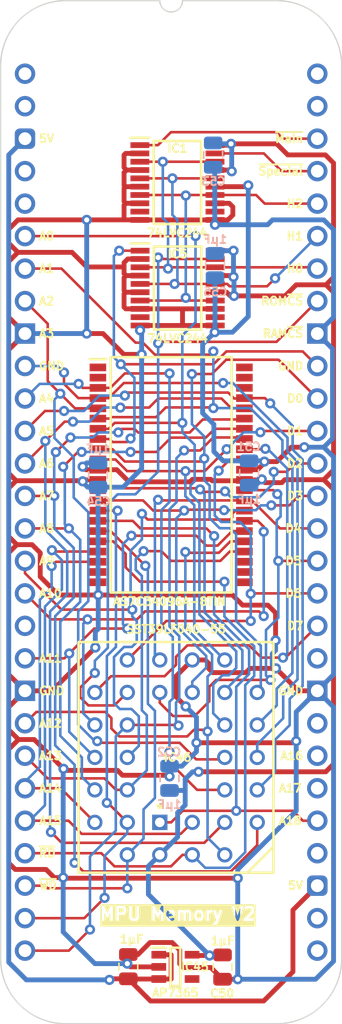
<source format=kicad_pcb>
(kicad_pcb (version 20241229) (generator "pcbnew") (generator_version "9.0")
  (title_block (title "MPU Memory") (date "2024-02-14") (rev "V2"))
  (layers (0 "F.Cu" signal) (2 "B.Cu" signal) (13 "F.Paste" user) (15 "B.Paste" user) (5 "F.SilkS" user "F.Silkscreen") (7 "B.SilkS" user "B.Silkscreen") (1 "F.Mask" user) (3 "B.Mask" user) (25 "Edge.Cuts" user))
  (net 0 "")
  (net 3 "/3.3V")
  (net 13 "5V")
  (net 14 "GND")
  (net 15 "A4")
  (net 16 "A3")
  (net 17 "A2")
  (net 18 "A1")
  (net 19 "A0")
  (net 20 "~{RAM_{CS}}")
  (net 21 "D0")
  (net 22 "D1")
  (net 23 "D2")
  (net 24 "D3")
  (net 25 "~{WD}")
  (net 26 "A18")
  (net 27 "A17")
  (net 28 "A16")
  (net 29 "A15")
  (net 30 "A14")
  (net 31 "A13")
  (net 32 "A12")
  (net 33 "A11")
  (net 34 "A10")
  (net 35 "A9")
  (net 36 "D4")
  (net 37 "D5")
  (net 38 "D6")
  (net 39 "D7")
  (net 40 "~{RD}")
  (net 41 "A8")
  (net 42 "A7")
  (net 43 "A6")
  (net 44 "A5")
  (net 45 "~{ROM_{CS}}")
  (net 46 "CH0_{OUT}")
  (net 47 "CH1_{OUT}")
  (net 48 "CH2_{OUT}")
  (net 51 "~{Main}")
  (net 52 "~{Special}")
  (footprint "SamacSys_Parts:5408803224008" (layer "F.Cu") (at 10.541 58.547)
    (property "Reference" "IC46")
    (property "Value" "SST39LF040-55-4C-NHE" (hide yes))
  )
  (footprint "SamacSys_Parts:SOT95P285X130-5N" (layer "F.Cu") (at 11.765 69.85)
    (property "Reference" "IC45")
    (property "Value" "AP7365-33WG-7" (hide yes))
  )
  (footprint "SamacSys_Parts:C_0805" (layer "F.Cu") (at 8.082 69.85)
    (property "Reference" "C49" (hide yes))
    (property "Value" "1μF")
  )
  (footprint "SamacSys_Parts:SOP65P640X110-20N" (layer "F.Cu") (at 11.938 16.764018)
    (property "Reference" "IC5")
    (property "Value" "74LVC244APW,118" (hide yes))
  )
  (footprint "SamacSys_Parts:DIP-56_Board_W22.86mm" (layer "F.Cu") (at 0 0)
    (property "Reference" "J8" (hide yes))
    (property "Value" "Conn_02x28_Counter_Clockwise" (hide yes))
    (fp_line (start -1.905 -0.635) (end -1.905 69.215) (stroke (width 0.1)) (layer "Edge.Cuts"))
    (fp_line (start 10.541 -5.715) (end 3.175 -5.715) (stroke (width 0.1)) (layer "Edge.Cuts"))
    (fp_line (start 19.685 -5.715) (end 12.319 -5.715) (stroke (width 0.1)) (layer "Edge.Cuts"))
    (fp_line (start 19.685 74.295) (end 3.175 74.295) (stroke (width 0.1)) (layer "Edge.Cuts"))
    (fp_line (start 24.765 69.215) (end 24.765 -0.635) (stroke (width 0.1)) (layer "Edge.Cuts"))
    (fp_arc (start -1.905 -0.635) (mid -0.417102 -4.227102) (end 3.175 -5.715) (stroke (width 0.1)) (layer "Edge.Cuts"))
    (fp_arc (start 3.175 74.295) (mid -0.417102 72.807102) (end -1.905 69.215) (stroke (width 0.1)) (layer "Edge.Cuts"))
    (fp_arc (start 12.319 -5.715) (mid 11.43 -4.826) (end 10.541 -5.715) (stroke (width 0.1)) (layer "Edge.Cuts"))
    (fp_arc (start 19.685 -5.715) (mid 23.277102 -4.227102) (end 24.765 -0.635) (stroke (width 0.1)) (layer "Edge.Cuts"))
    (fp_arc (start 24.765 69.215) (mid 23.277102 72.807102) (end 19.685 74.295) (stroke (width 0.1)) (layer "Edge.Cuts"))
  )
  (footprint "SamacSys_Parts:SOP65P640X110-20N" (layer "F.Cu") (at 11.921 8.509)
    (property "Reference" "IC1")
    (property "Value" "74LVC244APW,118" (hide yes))
  )
  (footprint "SamacSys_Parts:C_0805" (layer "F.Cu") (at 15.448 69.85 180)
    (property "Reference" "C50")
    (property "Value" "1μF")
  )
  (footprint "SamacSys_Parts:SOP80P1176X120-44N" (layer "F.Cu") (at 11.43 31.369)
    (property "Reference" "IC25" (hide yes))
    (property "Value" "AS7C34096A-8TIN")
  )
  (footprint "SamacSys_Parts:C_0805" (layer "B.Cu") (at 5.715 31.369)
    (property "Reference" "C54")
    (property "Value" "1μF")
  )
  (footprint "SamacSys_Parts:C_0805" (layer "B.Cu") (at 11.303 55.118 180)
    (property "Reference" "C52")
    (property "Value" "1μF")
  )
  (footprint "SamacSys_Parts:C_0805" (layer "B.Cu") (at 17.526 31.242 180)
    (property "Reference" "C51")
    (property "Value" "1μF")
  )
  (footprint "SamacSys_Parts:C_0805" (layer "B.Cu") (at 14.859 14.986018)
    (property "Reference" "C55")
    (property "Value" "1μF")
  )
  (footprint "SamacSys_Parts:C_0805" (layer "B.Cu") (at 14.715 6.35)
    (property "Reference" "C53")
    (property "Value" "1μF" (hide yes))
  )
  (footprint "SamacSys_Parts:PinHeader_1x28_P2.54mm_Vertical" (layer "B.Cu") (at 22.86 0 180)
    (property "Reference" "J2" (hide yes))
    (property "Value" "Pin_Header_01x20")
  )
  (footprint "SamacSys_Parts:PinHeader_1x28_P2.54mm_Vertical" (layer "B.Cu") (at 0 0 180)
    (property "Reference" "J1" (hide yes))
    (property "Value" "Pin_Header_01x20")
  )
  (gr_text "GND" (at 1.016 22.86 0) (layer "F.SilkS") (effects (font (size 0.635 0.635)) (justify left)))
  (gr_text "D2" (at 21.844 30.48 0) (layer "F.SilkS") (effects (font (size 0.635 0.635)) (justify right)))
  (gr_text "A11" (at 1.016 45.72 0) (layer "F.SilkS") (effects (font (size 0.635 0.635)) (justify left)))
  (gr_text "GND" (at 21.844 22.86 0) (layer "F.SilkS") (effects (font (size 0.635 0.635)) (justify right)))
  (gr_text "~{Main}" (at 21.844 5.08 0) (layer "F.SilkS") (effects (font (size 0.635 0.635)) (justify right)))
  (gr_text "A14" (at 1.016 55.88 0) (layer "F.SilkS") (effects (font (size 0.635 0.635)) (justify left)))
  (gr_text "MPU Memory V2" (at 11.938 66.294 0) (layer "F.SilkS" knockout) (effects (font (size 1 1) (thickness 0.2) (bold yes)) (justify bottom)))
  (gr_text "D6" (at 21.717 40.64 0) (layer "F.SilkS") (effects (font (size 0.635 0.635)) (justify right)))
  (gr_text "A7" (at 1.016 33.02 0) (layer "F.SilkS") (effects (font (size 0.635 0.635)) (justify left)))
  (gr_text "D1" (at 21.844 27.94 0) (layer "F.SilkS") (effects (font (size 0.635 0.635)) (justify right)))
  (gr_text "A0" (at 1.016 12.7 0) (layer "F.SilkS") (effects (font (size 0.635 0.635)) (justify left)))
  (gr_text "A16" (at 21.844 53.34 0) (layer "F.SilkS") (effects (font (size 0.635 0.635)) (justify right)))
  (gr_text "A5" (at 1.016 27.94 0) (layer "F.SilkS") (effects (font (size 0.635 0.635)) (justify left)))
  (gr_text "A13" (at 1.016 53.34 0) (layer "F.SilkS") (effects (font (size 0.635 0.635)) (justify left)))
  (gr_text "A4" (at 1.016 25.4 0) (layer "F.SilkS") (effects (font (size 0.635 0.635)) (justify left)))
  (gr_text "A3" (at 1.016 20.32 0) (layer "F.SilkS") (effects (font (size 0.635 0.635)) (justify left)))
  (gr_text "A9" (at 1.016 38.1 0) (layer "F.SilkS") (effects (font (size 0.635 0.635)) (justify left)))
  (gr_text "H1" (at 21.844 12.7 0) (layer "F.SilkS") (effects (font (size 0.635 0.635)) (justify right)))
  (gr_text "D0" (at 21.844 25.4 0) (layer "F.SilkS") (effects (font (size 0.635 0.635)) (justify right)))
  (gr_text "A1" (at 1.016 15.24 0) (layer "F.SilkS") (effects (font (size 0.635 0.635)) (justify left)))
  (gr_text "H2" (at 21.844 10.16 0) (layer "F.SilkS") (effects (font (size 0.635 0.635)) (justify right)))
  (gr_text "A8" (at 1.016 35.56 0) (layer "F.SilkS") (effects (font (size 0.635 0.635)) (justify left)))
  (gr_text "A17" (at 21.717 55.88 0) (layer "F.SilkS") (effects (font (size 0.635 0.635)) (justify right)))
  (gr_text "~{Special}" (at 21.844 7.62 0) (layer "F.SilkS") (effects (font (size 0.635 0.635)) (justify right)))
  (gr_text "ROM~{CS}" (at 21.844 17.78 0) (layer "F.SilkS") (effects (font (size 0.635 0.635)) (justify right)))
  (gr_text "~{RD}" (at 1.016 60.96 0) (layer "F.SilkS") (effects (font (size 0.635 0.635)) (justify left)))
  (gr_text "RAM~{CS}" (at 21.844 20.32 0) (layer "F.SilkS") (effects (font (size 0.635 0.635)) (justify right)))
  (gr_text "~{WD}" (at 1.016 63.5 0) (layer "F.SilkS") (effects (font (size 0.635 0.635)) (justify left)))
  (gr_text "GND" (at 21.844 48.26 0) (layer "F.SilkS") (effects (font (size 0.635 0.635)) (justify right)))
  (gr_text "A10" (at 1.016 40.64 0) (layer "F.SilkS") (effects (font (size 0.635 0.635)) (justify left)))
  (gr_text "H0" (at 21.844 15.24 0) (layer "F.SilkS") (effects (font (size 0.635 0.635)) (justify right)))
  (gr_text "D3" (at 21.844 33.02 0) (layer "F.SilkS") (effects (font (size 0.635 0.635)) (justify right)))
  (gr_text "5V" (at 1.016 5.08 0) (layer "F.SilkS") (effects (font (size 0.635 0.635)) (justify left)))
  (gr_text "A6" (at 1.016 30.48 0) (layer "F.SilkS") (effects (font (size 0.635 0.635)) (justify left)))
  (gr_text "A15" (at 1.016 58.42 0) (layer "F.SilkS") (effects (font (size 0.635 0.635)) (justify left)))
  (gr_text "D4" (at 21.717 35.56 0) (layer "F.SilkS") (effects (font (size 0.635 0.635)) (justify right)))
  (gr_text "D7" (at 21.844 43.18 0) (layer "F.SilkS") (effects (font (size 0.635 0.635)) (justify right)))
  (gr_text "GND" (at 1.016 48.26 0) (layer "F.SilkS") (effects (font (size 0.635 0.635)) (justify left)))
  (gr_text "D5" (at 21.717 38.1 0) (layer "F.SilkS") (effects (font (size 0.635 0.635)) (justify right)))
  (gr_text "A2" (at 1.016 17.78 0) (layer "F.SilkS") (effects (font (size 0.635 0.635)) (justify left)))
  (gr_text "5V" (at 21.831 63.487 0) (layer "F.SilkS") (effects (font (size 0.635 0.635)) (justify right)))
  (gr_text "A18" (at 21.717 58.42 0) (layer "F.SilkS") (effects (font (size 0.635 0.635)) (justify right)))
  (gr_text "A12" (at 1.016 50.8 0) (layer "F.SilkS") (effects (font (size 0.635 0.635)) (justify left)))
  (segment (start 7.183698 30.969) (end 5.702 30.969) (width 0.38) (layer "F.Cu") (net 3))
  (segment (start 24.13 53.987229) (end 23.523733 54.593496) (width 0.38) (layer "F.Cu") (net 3))
  (segment (start 20.344 17.375) (end 16.344279 17.375) (width 0.38) (layer "F.Cu") (net 3))
  (segment (start 13.09294 31.722) (end 12.89594 31.919) (width 0.38) (layer "F.Cu") (net 3))
  (segment (start 14.432 68.961) (end 13.126 68.961) (width 0.38) (layer "F.Cu") (net 3))
  (segment (start 8.133698 31.919) (end 7.183698 30.969) (width 0.38) (layer "F.Cu") (net 3))
  (segment (start 24.13 32.512) (end 24.13 53.987229) (width 0.38) (layer "F.Cu") (net 3))
  (segment (start 24.13 30.988) (end 24.13 17.098) (width 0.38) (layer "F.Cu") (net 3))
  (segment (start 14.876 13.839018) (end 16.301018 13.839018) (width 0.38) (layer "F.Cu") (net 3))
  (segment (start 24.13 6.985) (end 23.495 6.35) (width 0.38) (layer "F.Cu") (net 3))
  (segment (start 20.551 6.35) (end 19.685 5.484) (width 0.38) (layer "F.Cu") (net 3))
  (segment (start 23.542 16.51) (end 21.209 16.51) (width 0.38) (layer "F.Cu") (net 3))
  (segment (start 23.542 16.51) (end 24.13 15.922) (width 0.38) (layer "F.Cu") (net 3))
  (segment (start 24.13 15.922) (end 24.13 6.985) (width 0.38) (layer "F.Cu") (net 3))
  (segment (start 23.368 31.75) (end 24.13 32.512) (width 0.38) (layer "F.Cu") (net 3))
  (segment (start 21.209 16.51) (end 20.344 17.375) (width 0.38) (layer "F.Cu") (net 3))
  (segment (start 19.685 5.484) (end 16.112 5.484) (width 0.38) (layer "F.Cu") (net 3))
  (segment (start 16.051375 17.375) (end 16.344279 17.375) (width 0.38) (layer "F.Cu") (net 3))
  (segment (start 5.702 30.969) (end 4.750292 30.969) (width 0.38) (layer "F.Cu") (net 3))
  (segment (start 16.071679 7.534) (end 16.167 7.629321) (width 0.38) (layer "F.Cu") (net 3))
  (segment (start 18.7724 31.9804) (end 20.086701 31.9804) (width 0.38) (layer "F.Cu") (net 3))
  (segment (start 14.432 68.961) (end 15.403 68.961) (width 0.38) (layer "F.Cu") (net 3))
  (segment (start 14.863 5.588) (end 16.008 5.588) (width 0.38) (layer "F.Cu") (net 3))
  (segment (start 4.750292 30.969) (end 4.512314 30.731022) (width 0.38) (layer "F.Cu") (net 3))
  (segment (start 24.13 17.098) (end 23.542 16.51) (width 0.38) (layer "F.Cu") (net 3))
  (segment (start 14.53206 31.722) (end 13.09294 31.722) (width 0.38) (layer "F.Cu") (net 3))
  (segment (start 18.515525 31.723525) (end 18.7724 31.9804) (width 0.38) (layer "F.Cu") (net 3))
  (segment (start 15.765393 17.089018) (end 16.051375 17.375) (width 0.38) (layer "F.Cu") (net 3))
  (segment (start 20.317101 31.75) (end 23.368 31.75) (width 0.38) (layer "F.Cu") (net 3))
  (segment (start 14.876 15.789018) (end 16.205 15.789018) (width 0.38) (layer "F.Cu") (net 3))
  (segment (start 14.876 17.089018) (end 15.765393 17.089018) (width 0.38) (layer "F.Cu") (net 3))
  (segment (start 12.89594 31.919) (end 8.133698 31.919) (width 0.38) (layer "F.Cu") (net 3))
  (segment (start 16.998481 31.834519) (end 14.644579 31.834519) (width 0.38) (layer "F.Cu") (net 3))
  (segment (start 23.368 31.75) (end 24.13 30.988) (width 0.38) (layer "F.Cu") (net 3))
  (segment (start 16.205 15.789018) (end 16.305 15.889018) (width 0.38) (layer "F.Cu") (net 3))
  (segment (start 23.495 6.35) (end 20.551 6.35) (width 0.38) (layer "F.Cu") (net 3))
  (segment (start 16.008 5.588) (end 16.112 5.484) (width 0.38) (layer "F.Cu") (net 3))
  (segment (start 23.523733 54.593496) (end 13.572492 54.593496) (width 0.38) (layer "F.Cu") (net 3))
  (segment (start 14.644579 31.834519) (end 14.53206 31.722) (width 0.38) (layer "F.Cu") (net 3))
  (segment (start 14.859 7.534) (end 16.071679 7.534) (width 0.38) (layer "F.Cu") (net 3))
  (segment (start 18.47005 31.769) (end 18.515525 31.723525) (width 0.38) (layer "F.Cu") (net 3))
  (segment (start 17.158 31.769) (end 18.47005 31.769) (width 0.38) (layer "F.Cu") (net 3))
  (segment (start 20.086701 31.9804) (end 20.317101 31.75) (width 0.38) (layer "F.Cu") (net 3))
  (segment (start 16.301018 13.839018) (end 16.305 13.843) (width 0.38) (layer "F.Cu") (net 3))
  (via (at 14.432 68.961) (size 0.8) (drill 0.4) (layers "F.Cu" "B.Cu") (net 3))
  (via (at 16.305 13.843) (size 0.8) (drill 0.4) (layers "F.Cu" "B.Cu") (net 3))
  (via (at 18.515525 31.723525) (size 0.8) (drill 0.4) (layers "F.Cu" "B.Cu") (net 3))
  (via (at 13.572492 54.593496) (size 0.8) (drill 0.4) (layers "F.Cu" "B.Cu") (net 3))
  (via (at 16.167 7.629321) (size 0.8) (drill 0.4) (layers "F.Cu" "B.Cu") (net 3))
  (via (at 16.305 15.889018) (size 0.8) (drill 0.4) (layers "F.Cu" "B.Cu") (net 3))
  (via (at 16.344279 17.375) (size 0.8) (drill 0.4) (layers "F.Cu" "B.Cu") (net 3))
  (via (at 16.112 5.484) (size 0.8) (drill 0.4) (layers "F.Cu" "B.Cu") (net 3))
  (via (at 4.512314 30.731022) (size 0.8) (drill 0.4) (layers "F.Cu" "B.Cu") (net 3))
  (segment (start 12.528 56.052) (end 12.528 57.195) (width 0.38) (layer "B.Cu") (net 3))
  (segment (start 15.068018 13.843) (end 16.305 13.843) (width 0.38) (layer "B.Cu") (net 3))
  (segment (start 4.808336 30.435) (end 4.512314 30.731022) (width 0.38) (layer "B.Cu") (net 3))
  (segment (start 9.652 64.181) (end 9.652 61.976) (width 0.38) (layer "B.Cu") (net 3))
  (segment (start 14.432 68.961) (end 9.652 64.181) (width 0.38) (layer "B.Cu") (net 3))
  (segment (start 12.528 55.163) (end 13.097504 54.593496) (width 0.38) (layer "B.Cu") (net 3))
  (segment (start 5.715 30.435) (end 4.808336 30.435) (width 0.38) (layer "B.Cu") (net 3))
  (segment (start 16.305 13.843) (end 16.305 15.889018) (width 0.38) (layer "B.Cu") (net 3))
  (segment (start 12.528 56.052) (end 12.528 55.163) (width 0.38) (layer "B.Cu") (net 3))
  (segment (start 11.938 57.785) (end 11.938 59.69) (width 0.38) (layer "B.Cu") (net 3))
  (segment (start 13.097504 54.593496) (end 13.572492 54.593496) (width 0.38) (layer "B.Cu") (net 3))
  (segment (start 12.528 57.195) (end 11.938 57.785) (width 0.38) (layer "B.Cu") (net 3))
  (segment (start 16.167 7.629321) (end 16.167 5.539) (width 0.38) (layer "B.Cu") (net 3))
  (segment (start 16.344279 17.375) (end 16.344279 15.928297) (width 0.38) (layer "B.Cu") (net 3))
  (segment (start 14.783 5.484) (end 16.112 5.484) (width 0.38) (layer "B.Cu") (net 3))
  (segment (start 16.167 5.539) (end 16.112 5.484) (width 0.38) (layer "B.Cu") (net 3))
  (segment (start 11.303 56.052) (end 12.528 56.052) (width 0.38) (layer "B.Cu") (net 3))
  (segment (start 11.938 59.69) (end 10.541 61.087) (width 0.38) (layer "B.Cu") (net 3))
  (segment (start 16.344279 15.928297) (end 16.305 15.889018) (width 0.38) (layer "B.Cu") (net 3))
  (segment (start 18.06305 32.176) (end 18.515525 31.723525) (width 0.38) (layer "B.Cu") (net 3))
  (segment (start 9.652 61.976) (end 10.541 61.087) (width 0.38) (layer "B.Cu") (net 3))
  (segment (start 6.686 70.784) (end 6.604 70.866) (width 0.38) (layer "F.Cu") (net 13))
  (segment (start 9.815 72.517) (end 18.669 72.517) (width 0.38) (layer "F.Cu") (net 13))
  (segment (start 8.082 70.784) (end 6.686 70.784) (width 0.38) (layer "F.Cu") (net 13))
  (segment (start 11.42 70.8) (end 10.465 70.8) (width 0.38) (layer "F.Cu") (net 13))
  (segment (start 11.43 70.79) (end 11.42 70.8) (width 0.38) (layer "F.Cu") (net 13))
  (segment (start 8.082 70.784) (end 9.815 72.517) (width 0.38) (layer "F.Cu") (net 13))
  (segment (start 20.955 65.405) (end 22.86 63.5) (width 0.38) (layer "F.Cu") (net 13))
  (segment (start 20.955 70.231) (end 20.955 65.405) (width 0.38) (layer "F.Cu") (net 13))
  (segment (start 11.43 68.91) (end 11.43 70.79) (width 0.38) (layer "F.Cu") (net 13))
  (segment (start 10.465 68.9) (end 11.42 68.9) (width 0.38) (layer "F.Cu") (net 13))
  (segment (start 11.42 68.9) (end 11.43 68.91) (width 0.38) (layer "F.Cu") (net 13))
  (segment (start 10.465 70.8) (end 8.098 70.8) (width 0.38) (layer "F.Cu") (net 13))
  (segment (start 18.669 72.517) (end 20.955 70.231) (width 0.38) (layer "F.Cu") (net 13))
  (via (at 6.604 70.866) (size 0.8) (drill 0.4) (layers "F.Cu" "B.Cu") (net 13))
  (segment (start 0.1016 70.866) (end -1.27 69.4944) (width 0.38) (layer "B.Cu") (net 13))
  (segment (start -1.27 69.4944) (end -1.27 6.35) (width 0.38) (layer "B.Cu") (net 13))
  (segment (start -1.27 6.35) (end 0 5.08) (width 0.38) (layer "B.Cu") (net 13))
  (segment (start 6.604 70.866) (end 0.1016 70.866) (width 0.38) (layer "B.Cu") (net 13))
  (segment (start 7.8825 18.389018) (end 7.747 18.253518) (width 0.38) (layer "F.Cu") (net 14))
  (segment (start 4.513 31.877) (end 4.466 31.83) (width 0.38) (layer "F.Cu") (net 14))
  (segment (start 7.8825 17.089018) (end 9 17.089018) (width 0.38) (layer "F.Cu") (net 14))
  (segment (start 7.747 11.43) (end 8.979 11.43) (width 0.38) (layer "F.Cu") (net 14))
  (segment (start 14.5328 69.9008) (end 15.448 70.816) (width 0.38) (layer "F.Cu") (net 14))
  (segment (start 0.725612 52.07) (end 3.012603 54.356991) (width 0.38) (layer "F.Cu") (net 14))
  (segment (start 7.747 15.628518) (end 7.747 15.113) (width 0.38) (layer "F.Cu") (net 14))
  (segment (start 21.081993 52.324007) (end 21.209 52.197) (width 0.38) (layer "F.Cu") (net 14))
  (segment (start 18.1855 30.969) (end 18.722475 30.432025) (width 0.38) (layer "F.Cu") (net 14))
  (segment (start 7.747 15.949518) (end 7.9075 15.789018) (width 0.38) (layer "F.Cu") (net 14))
  (segment (start 12.1 69.6056) (end 12.3952 69.9008) (width 0.38) (layer "F.Cu") (net 14))
  (segment (start -1.27 19.05) (end 0 20.32) (width 0.38) (layer "F.Cu") (net 14))
  (segment (start 10.537 19.689018) (end 9 19.689018) (width 0.38) (layer "F.Cu") (net 14))
  (segment (start 11.215 54.864) (end 7.62 54.864) (width 0.38) (layer "F.Cu") (net 14))
  (segment (start 6.096001 20.320001) (end 7.725378 21.949378) (width 0.38) (layer "F.Cu") (net 14))
  (segment (start 11.811 48.726874) (end 11.811 47.117) (width 0.38) (layer "F.Cu") (net 14))
  (segment (start 8.082 68.884) (end 8.84 68.884) (width 0.38) (layer "F.Cu") (net 14))
  (segment (start 14.3764 46.5328) (end 14.6806 46.837) (width 0.38) (layer "F.Cu") (net 14))
  (segment (start 2.113621 48.26) (end 5.498233 44.875388) (width 0.38) (layer "F.Cu") (net 14))
  (segment (start -1.27 51.308) (end -1.27 49.53) (width 0.38) (layer "F.Cu") (net 14))
  (segment (start 7.747 18.253518) (end 7.747 17.224518) (width 0.38) (layer "F.Cu") (net 14))
  (segment (start 20.828001 29.209999) (end 21.843999 29.209999) (width 0.38) (layer "F.Cu") (net 14))
  (segment (start 8.84 68.884) (end 9.779 67.945) (width 0.38) (layer "F.Cu") (net 14))
  (segment (start 7.747 8.7155) (end 7.747 7.7285) (width 0.38) (layer "F.Cu") (net 14))
  (segment (start 17.603716 46.505284) (end 19.626483 46.505284) (width 0.38) (layer "F.Cu") (net 14))
  (segment (start -0.5432 11.43) (end -1.27 12.1568) (width 0.38) (layer "F.Cu") (net 14))
  (segment (start 7.747 8.9525) (end 7.8655 8.834) (width 0.38) (layer "F.Cu") (net 14))
  (segment (start 7.747 7.3395) (end 7.747 6.3525) (width 0.38) (layer "F.Cu") (net 14))
  (segment (start 0 48.26) (end 2.113621 48.26) (width 0.38) (layer "F.Cu") (net 14))
  (segment (start 4.826 15.113) (end 3.683 13.97) (width 0.38) (layer "F.Cu") (net 14))
  (segment (start 11.811 47.117) (end 13.081 45.847) (width 0.38) (layer "F.Cu") (net 14))
  (segment (start 9.779 67.945) (end 11.511 67.945) (width 0.38) (layer "F.Cu") (net 14))
  (segment (start 7.747 17.224518) (end 7.8825 17.089018) (width 0.38) (layer "F.Cu") (net 14))
  (segment (start 14.6806 46.837) (end 17.272 46.837) (width 0.38) (layer "F.Cu") (net 14))
  (segment (start 7.9075 15.789018) (end 9 15.789018) (width 0.38) (layer "F.Cu") (net 14))
  (segment (start 14.3764 46.1264) (end 14.3764 46.5328) (width 0.38) (layer "F.Cu") (net 14))
  (segment (start 14.876 19.689018) (end 14.876 20.178854) (width 0.38) (layer "F.Cu") (net 14))
  (segment (start -1.27 31.2496) (end -1.27 21.59) (width 0.38) (layer "F.Cu") (net 14))
  (segment (start 16.636998 62.914002) (end 16.637 62.914) (width 0.38) (layer "F.Cu") (net 14))
  (segment (start 12.562719 49.478593) (end 11.811 48.726874) (width 0.38) (layer "F.Cu") (net 14))
  (segment (start 8.255 69.85) (end 10.465 69.85) (width 0.38) (layer "F.Cu") (net 14))
  (segment (start 7.8905 10.134) (end 7.747 9.9905) (width 0.38) (layer "F.Cu") (net 14))
  (segment (start 7.747 6.3525) (end 7.8655 6.234) (width 0.38) (layer "F.Cu") (net 14))
  (segment (start 7.8905 10.134) (end 8.983 10.134) (width 0.38) (layer "F.Cu") (net 14))
  (segment (start 7.9075 15.789018) (end 7.747 15.628518) (width 0.38) (layer "F.Cu") (net 14))
  (segment (start -0.508 52.07) (end 0.725612 52.07) (width 0.38) (layer "F.Cu") (net 14))
  (segment (start 3.138608 54.483) (end 3.012603 54.356995) (width 0.38) (layer "F.Cu") (net 14))
  (segment (start 3.683 13.97) (end -0.555 13.97) (width 0.38) (layer "F.Cu") (net 14))
  (segment (start 7.9415 7.534) (end 8.983 7.534) (width 0.38) (layer "F.Cu") (net 14))
  (segment (start 7.747 9.9905) (end 7.747 8.9525) (width 0.38) (layer "F.Cu") (net 14))
  (segment (start -0.6896 31.83) (end -1.27 32.4104) (width 0.38) (layer "F.Cu") (net 14))
  (segment (start -0.508 52.07) (end -1.27 52.832) (width 0.38) (layer "F.Cu") (net 14))
  (segment (start 2.286 62.865) (end 2.986006 62.865) (width 0.38) (layer "F.Cu") (net 14))
  (segment (start 12.1 68.534) (end 12.1 69.6056) (width 0.38) (layer "F.Cu") (net 14))
  (segment (start 16.256 10.414) (end 15.976 10.134) (width 0.38) (layer "F.Cu") (net 14))
  (segment (start 7.747 14.776958) (end 8.03494 14.489018) (width 0.38) (layer "F.Cu") (net 14))
  (segment (start 8.001 69.596) (end 8.255 69.85) (width 0.38) (layer "F.Cu") (net 14))
  (segment (start 21.381199 48.26) (end 19.626483 46.505284) (width 0.38) (layer "F.Cu") (net 14))
  (segment (start 13.081 45.847) (end 14.097 45.847) (width 0.38) (layer "F.Cu") (net 14))
  (segment (start -0.555 13.97) (end -1.27 14.685) (width 0.38) (layer "F.Cu") (net 14))
  (segment (start 11.511 67.945) (end 12.1 68.534) (width 0.38) (layer "F.Cu") (net 14))
  (segment (start 14.859 8.834) (end 17.359993 8.834) (width 0.38) (layer "F.Cu") (net 14))
  (segment (start 15.871 11.434) (end 16.256 11.049) (width 0.38) (layer "F.Cu") (net 14))
  (segment (start 17.272 46.837) (end 17.603716 46.505284) (width 0.38) (layer "F.Cu") (net 14))
  (segment (start 2.986006 62.865) (end 3.035008 62.914002) (width 0.38) (layer "F.Cu") (net 14))
  (segment (start 18.99794 41.559) (end 19.5968 42.15786) (width 0.38) (layer "F.Cu") (net 14))
  (segment (start 12.319 19.689018) (end 10.545 19.689018) (width 0.38) (layer "F.Cu") (net 14))
  (segment (start -1.27 37.465) (end -1.27 46.99) (width 0.38) (layer "F.Cu") (net 14))
  (segment (start 14.876 19.689018) (end 12.319 19.689018) (width 0.38) (layer "F.Cu") (net 14))
  (segment (start -1.27 14.685) (end -1.27 19.05) (width 0.38) (layer "F.Cu") (net 14))
  (segment (start 7.725378 21.949378) (end 9.122378 21.949378) (width 0.38) (layer "F.Cu") (net 14))
  (segment (start 3.035008 62.914002) (end 16.636998 62.914002) (width 0.38) (layer "F.Cu") (net 14))
  (segment (start 15.448 70.816) (end 16.637 70.816) (width 0.38) (layer "F.Cu") (net 14))
  (segment (start 3.012603 54.356991) (end 3.012603 54.356995) (width 0.38) (layer "F.Cu") (net 14))
  (segment (start 12.3952 69.9008) (end 14.5328 69.9008) (width 0.38) (layer "F.Cu") (net 14))
  (segment (start -0.6896 31.83) (end 4.466 31.83) (width 0.38) (layer "F.Cu") (net 14))
  (segment (start 10.545 19.689018) (end 10.541 19.685018) (width 0.38) (layer "F.Cu") (net 14))
  (segment (start 12.319 19.689018) (end 12.319 18.389018) (width 0.38) (layer "F.Cu") (net 14))
  (segment (start 5.727 40.767) (end 16.220374 40.767) (width 0.38) (layer "F.Cu") (net 14))
  (segment (start 18.722475 30.334296) (end 19.703704 30.334296) (width 0.38) (layer "F.Cu") (net 14))
  (segment (start -1.27 12.1568) (end -1.27 13.255) (width 0.38) (layer "F.Cu") (net 14))
  (segment (start 17.158 30.969) (end 18.1855 30.969) (width 0.38) (layer "F.Cu") (net 14))
  (segment (start 7.239 54.483) (end 3.138608 54.483) (width 0.38) (layer "F.Cu") (net 14))
  (segment (start 7.8825 17.089018) (end 7.747 16.953518) (width 0.38) (layer "F.Cu") (net 14))
  (segment (start 14.859 11.434) (end 14.859 11.811) (width 0.38) (layer "F.Cu") (net 14))
  (segment (start 7.8655 8.834) (end 8.983 8.834) (width 0.38) (layer "F.Cu") (net 14))
  (segment (start -1.27 21.59) (end 0 20.32) (width 0.38) (layer "F.Cu") (net 14))
  (segment (start 22.86 48.26) (end 21.381199 48.26) (width 0.38) (layer "F.Cu") (net 14))
  (segment (start 7.747 15.113) (end 7.747 14.776958) (width 0.38) (layer "F.Cu") (net 14))
  (segment (start 19.703704 30.334296) (end 20.828001 29.209999) (width 0.38) (layer "F.Cu") (net 14))
  (segment (start -0.6896 31.83) (end -1.27 31.2496) (width 0.38) (layer "F.Cu") (net 14))
  (segment (start 1.19 39.33494) (end 2.62206 40.767) (width 0.38) (layer "F.Cu") (net 14))
  (segment (start 7.747 15.113) (end 4.826 15.113) (width 0.38) (layer "F.Cu") (net 14))
  (segment (start -0.762 62.23) (end 1.651 62.23) (width 0.38) (layer "F.Cu") (net 14))
  (segment (start 7.747 10.2775) (end 7.8905 10.134) (width 0.38) (layer "F.Cu") (net 14))
  (segment (start 7.747 11.43) (end 7.747 10.2775) (width 0.38) (layer "F.Cu") (net 14))
  (segment (start 16.220374 40.767) (end 17.012374 41.559) (width 0.38) (layer "F.Cu") (net 14))
  (segment (start -0.508 52.07) (end -1.27 51.308) (width 0.38) (layer "F.Cu") (net 14))
  (segment (start -0.635 36.83) (end -1.27 37.465) (width 0.38) (layer "F.Cu") (net 14))
  (segment (start -1.27 36.195) (end -0.635 36.83) (width 0.38) (layer "F.Cu") (net 14))
  (segment (start -1.27 32.4104) (end -1.27 36.195) (width 0.38) (layer "F.Cu") (net 14))
  (segment (start -0.635 36.83) (end 0.555 36.83) (width 0.38) (layer "F.Cu") (net 14))
  (segment (start -1.27 13.255) (end -0.555 13.97) (width 0.38) (layer "F.Cu") (net 14))
  (segment (start 7.9415 7.534) (end 7.747 7.3395) (width 0.38) (layer "F.Cu") (net 14))
  (segment (start 9 19.689018) (end 9 20.066012) (width 0.38) (layer "F.Cu") (net 14))
  (segment (start -1.27 46.99) (end 0 48.26) (width 0.38) (layer "F.Cu") (net 14))
  (segment (start 4.826 11.43) (end -0.5432 11.43) (width 0.38) (layer "F.Cu") (net 14))
  (segment (start 7.747 16.953518) (end 7.747 15.949518) (width 0.38) (layer "F.Cu") (net 14))
  (segment (start 16.256 11.049) (end 16.256 10.414) (width 0.38) (layer "F.Cu") (net 14))
  (segment (start 11.303 54.952) (end 11.215 54.864) (width 0.38) (layer "F.Cu") (net 14))
  (segment (start 2.62206 40.767) (end 5.727 40.767) (width 0.38) (layer "F.Cu") (net 14))
  (segment (start 1.19 37.465) (end 1.19 39.33494) (width 0.38) (layer "F.Cu") (net 14))
  (segment (start 1.651 62.23) (end 2.286 62.865) (width 0.38) (layer "F.Cu") (net 14))
  (segment (start 18.722475 30.432025) (end 18.722475 30.334296) (width 0.38) (layer "F.Cu") (net 14))
  (segment (start 7.747 7.7285) (end 7.9415 7.534) (width 0.38) (layer "F.Cu") (net 14))
  (segment (start -1.27 49.53) (end 0 48.26) (width 0.38) (layer "F.Cu") (net 14))
  (segment (start 9 18.389018) (end 7.8825 18.389018) (width 0.38) (layer "F.Cu") (net 14))
  (segment (start 14.097 45.847) (end 14.3764 46.1264) (width 0.38) (layer "F.Cu") (net 14))
  (segment (start 14.876 18.389018) (end 12.319 18.389018) (width 0.38) (layer "F.Cu") (net 14))
  (segment (start 14.876 20.178854) (end 14.837854 20.217) (width 0.38) (layer "F.Cu") (net 14))
  (segment (start 15.976 10.134) (end 14.859 10.134) (width 0.38) (layer "F.Cu") (net 14))
  (segment (start 10.541 19.685018) (end 10.537 19.689018) (width 0.38) (layer "F.Cu") (net 14))
  (segment (start 0.555 36.83) (end 1.19 37.465) (width 0.38) (layer "F.Cu") (net 14))
  (segment (start -1.27 61.722) (end -0.762 62.23) (width 0.38) (layer "F.Cu") (net 14))
  (segment (start 12.319 18.389018) (end 9 18.389018) (width 0.38) (layer "F.Cu") (net 14))
  (segment (start 5.702 31.769) (end 4.621 31.769) (width 0.38) (layer "F.Cu") (net 14))
  (segment (start 4.621 31.769) (end 4.513 31.877) (width 0.38) (layer "F.Cu") (net 14))
  (segment (start 4.826001 20.320001) (end 6.096001 20.320001) (width 0.38) (layer "F.Cu") (net 14))
  (segment (start 7.8655 8.834) (end 7.747 8.7155) (width 0.38) (layer "F.Cu") (net 14))
  (segment (start 14.859 11.434) (end 15.871 11.434) (width 0.38) (layer "F.Cu") (net 14))
  (segment (start -1.27 52.832) (end -1.27 61.722) (width 0.38) (layer "F.Cu") (net 14))
  (segment (start 7.62 54.864) (end 7.239 54.483) (width 0.38) (layer "F.Cu") (net 14))
  (segment (start 8.983 11.434) (end 14.859 11.434) (width 0.38) (layer "F.Cu") (net 14))
  (segment (start 13.410856 52.324007) (end 21.081993 52.324007) (width 0.38) (layer "F.Cu") (net 14))
  (segment (start 7.8655 6.234) (end 8.983 6.234) (width 0.38) (layer "F.Cu") (net 14))
  (segment (start 17.359993 8.834) (end 17.459993 8.734) (width 0.38) (layer "F.Cu") (net 14))
  (segment (start 8.03494 14.489018) (end 9 14.489018) (width 0.38) (layer "F.Cu") (net 14))
  (segment (start 4.826 11.43) (end 7.747 11.43) (width 0.38) (layer "F.Cu") (net 14))
  (segment (start 19.5968 42.15786) (end 19.5968 44.323004) (width 0.38) (layer "F.Cu") (net 14))
  (segment (start 17.012374 41.559) (end 18.99794 41.559) (width 0.38) (layer "F.Cu") (net 14))
  (via (at 2.986006 62.865) (size 0.8) (drill 0.4) (layers "F.Cu" "B.Cu") (net 14))
  (via (at 3.012603 54.356995) (size 0.8) (drill 0.4) (layers "F.Cu" "B.Cu") (net 14))
  (via (at 5.498233 44.875388) (size 0.8) (drill 0.4) (layers "F.Cu" "B.Cu") (net 14))
  (via (at 4.513 31.877) (size 0.8) (drill 0.4) (layers "F.Cu" "B.Cu") (net 14))
  (via (at 17.459993 8.734) (size 0.8) (drill 0.4) (layers "F.Cu" "B.Cu") (net 14))
  (via (at 9 20.066012) (size 0.8) (drill 0.4) (layers "F.Cu" "B.Cu") (net 14))
  (via (at 4.826001 20.320001) (size 0.8) (drill 0.4) (layers "F.Cu" "B.Cu") (net 14))
  (via (at 12.562719 49.478593) (size 0.8) (drill 0.4) (layers "F.Cu" "B.Cu") (net 14))
  (via (at 14.837854 20.217) (size 0.8) (drill 0.4) (layers "F.Cu" "B.Cu") (net 14))
  (via (at 4.826 11.43) (size 0.8) (drill 0.4) (layers "F.Cu" "B.Cu") (net 14))
  (via (at 11.303 54.952) (size 0.8) (drill 0.4) (layers "F.Cu" "B.Cu") (net 14))
  (via (at 19.5968 44.323004) (size 0.8) (drill 0.4) (layers "F.Cu" "B.Cu") (net 14))
  (via (at 16.637 70.816) (size 0.8) (drill 0.4) (layers "F.Cu" "B.Cu") (net 14))
  (via (at 8.001 69.596) (size 0.8) (drill 0.4) (layers "F.Cu" "B.Cu") (net 14))
  (via (at 19.626483 46.505284) (size 0.8) (drill 0.4) (layers "F.Cu" "B.Cu") (net 14))
  (via (at 14.859 11.811) (size 0.8) (drill 0.4) (layers "F.Cu" "B.Cu") (net 14))
  (via (at 21.843999 29.209999) (size 0.8) (drill 0.4) (layers "F.Cu" "B.Cu") (net 14))
  (via (at 13.410856 52.324007) (size 0.8) (drill 0.4) (layers "F.Cu" "B.Cu") (net 14))
  (via (at 5.727 40.767) (size 0.8) (drill 0.4) (layers "F.Cu" "B.Cu") (net 14))
  (via (at 9.122378 21.949378) (size 0.8) (drill 0.4) (layers "F.Cu" "B.Cu") (net 14))
  (via (at 16.637 62.914) (size 0.8) (drill 0.4) (layers "F.Cu" "B.Cu") (net 14))
  (via (at 21.209 52.197) (size 0.8) (drill 0.4) (layers "F.Cu" "B.Cu") (net 14))
  (via (at 18.722475 30.334296) (size 0.8) (drill 0.4) (layers "F.Cu" "B.Cu") (net 14))
  (segment (start 19.3368 45.3644) (end 19.3368 46.215601) (width 0.38) (layer "B.Cu") (net 14))
  (segment (start 17.526 30.276) (end 18.664179 30.276) (width 0.38) (layer "B.Cu") (net 14))
  (segment (start 5.461 69.596) (end 2.986006 67.121006) (width 0.38) (layer "B.Cu") (net 14))
  (segment (start 23.368 29.21) (end 21.844 29.21) (width 0.38) (layer "B.Cu") (net 14))
  (segment (start 17.459993 11.811) (end 17.459993 18.989007) (width 0.38) (layer "B.Cu") (net 14))
  (segment (start 22.727479 70.816) (end 16.637 70.816) (width 0.38) (layer "B.Cu") (net 14))
  (segment (start 12.269 54.152) (end 13.410856 53.010144) (width 0.38) (layer "B.Cu") (net 14))
  (segment (start 9.122378 20.18839) (end 9.122378 21.949378) (width 0.38) (layer "B.Cu") (net 14))
  (segment (start 13.410856 50.32673) (end 13.410856 52.324007) (width 0.38) (layer "B.Cu") (net 14))
  (segment (start 24.13 49.53) (end 24.13 69.413479) (width 0.38) (layer "B.Cu") (net 14))
  (segment (start 22.86 48.26) (end 24.13 49.53) (width 0.38) (layer "B.Cu") (net 14))
  (segment (start 5.498233 44.875388) (end 5.498233 43.650767) (width 0.38) (layer "B.Cu") (net 14))
  (segment (start 5.727 43.422) (end 5.727 40.767) (width 0.38) (layer "B.Cu") (net 14))
  (segment (start 15.494202 30.276) (end 14.770601 29.552399) (width 0.38) (layer "B.Cu") (net 14))
  (segment (start 18.9738 11.811) (end 19.3548 11.43) (width 0.38) (layer "B.Cu") (net 14))
  (segment (start 12.562719 49.478593) (end 13.410856 50.32673) (width 0.38) (layer "B.Cu") (net 14))
  (segment (start 14.770601 29.552399) (end 14.770601 27.421601) (width 0.38) (layer "B.Cu") (net 14))
  (segment (start 4.513 31.945) (end 4.513 31.877) (width 0.38) (layer "B.Cu") (net 14))
  (segment (start 4.903 32.335) (end 4.513 31.945) (width 0.38) (layer "B.Cu") (net 14))
  (segment (start 18.664179 30.276) (end 18.722475 30.334296) (width 0.38) (layer "B.Cu") (net 14))
  (segment (start 11.303 54.152) (end 12.269 54.152) (width 0.38) (layer "B.Cu") (net 14))
  (segment (start 7.67 32.335) (end 9.122378 30.882622) (width 0.38) (layer "B.Cu") (net 14))
  (segment (start 24.13 19.05) (end 22.86 20.32) (width 0.38) (layer "B.Cu") (net 14))
  (segment (start 22.86 48.26) (end 21.209 49.911) (width 0.38) (layer "B.Cu") (net 14))
  (segment (start 24.13 29.972) (end 24.13 46.99) (width 0.38) (layer "B.Cu") (net 14))
  (segment (start 4.826 11.43) (end 4.826001 20.320001) (width 0.38) (layer "B.Cu") (net 14))
  (segment (start 16.637 62.23) (end 21.209 57.658) (width 0.38) (layer "B.Cu") (net 14))
  (segment (start 16.637 62.914) (end 16.637 62.23) (width 0.38) (layer "B.Cu") (net 14))
  (segment (start 19.3368 46.215601) (end 19.626483 46.505284) (width 0.38) (layer "B.Cu") (net 14))
  (segment (start 11.303 54.952) (end 11.303 54.152) (width 0.38) (layer "B.Cu") (net 14))
  (segment (start 14.859 15.952018) (end 14.859 20.195854) (width 0.38) (layer "B.Cu") (net 14))
  (segment (start 14.859 11.811) (end 17.459993 11.811) (width 0.38) (layer "B.Cu") (net 14))
  (segment (start 23.368 29.21) (end 24.05 28.528) (width 0.38) (layer "B.Cu") (net 14))
  (segment (start 14.842 11.794) (end 14.859 11.811) (width 0.38) (layer "B.Cu") (net 14))
  (segment (start 17.526 30.276) (end 15.494202 30.276) (width 0.38) (layer "B.Cu") (net 14))
  (segment (start 19.5968 45.1044) (end 19.3368 45.3644) (width 0.38) (layer "B.Cu") (net 14))
  (segment (start 13.892 26.543) (end 13.892 21.162854) (width 0.38) (layer "B.Cu") (net 14))
  (segment (start 5.715 32.335) (end 4.903 32.335) (width 0.38) (layer "B.Cu") (net 14))
  (segment (start 2.986 62.864994) (end 2.986006 62.865) (width 0.38) (layer "B.Cu") (net 14))
  (segment (start 19.3548 11.43) (end 23.368 11.43) (width 0.38) (layer "B.Cu") (net 14))
  (segment (start 24.13 69.413479) (end 22.727479 70.816) (width 0.38) (layer "B.Cu") (net 14))
  (segment (start 16.232 20.217) (end 14.837854 20.217) (width 0.38) (layer "B.Cu") (net 14))
  (segment (start 2.986 54.383598) (end 2.986 62.864994) (width 0.38) (layer "B.Cu") (net 14))
  (segment (start 8.001 69.596) (end 5.461 69.596) (width 0.38) (layer "B.Cu") (net 14))
  (segment (start 9 20.066012) (end 9.122378 20.18839) (width 0.38) (layer "B.Cu") (net 14))
  (segment (start 14.770601 27.421601) (end 13.892 26.543) (width 0.38) (layer "B.Cu") (net 14))
  (segment (start 24.13 12.192) (end 24.13 19.05) (width 0.38) (layer "B.Cu") (net 14))
  (segment (start 24.13 46.99) (end 22.86 48.26) (width 0.38) (layer "B.Cu") (net 14))
  (segment (start 19.5968 44.323004) (end 19.5968 45.1044) (width 0.38) (layer "B.Cu") (net 14))
  (segment (start 24.05 28.528) (end 24.05 21.51) (width 0.38) (layer "B.Cu") (net 14))
  (segment (start 2.986006 67.121006) (end 2.986006 62.865) (width 0.38) (layer "B.Cu") (net 14))
  (segment (start 2.986 54.383598) (end 3.012603 54.356995) (width 0.38) (layer "B.Cu") (net 14))
  (segment (start 5.498233 43.650767) (end 5.727 43.422) (width 0.38) (layer "B.Cu") (net 14))
  (segment (start 21.209 57.658) (end 21.209 52.197) (width 0.38) (layer "B.Cu") (net 14))
  (segment (start 13.410856 53.010144) (end 13.410856 52.324007) (width 0.38) (layer "B.Cu") (net 14))
  (segment (start 17.459993 18.989007) (end 16.232 20.217) (width 0.38) (layer "B.Cu") (net 14))
  (segment (start 21.844 29.21) (end 21.843999 29.209999) (width 0.38) (layer "B.Cu") (net 14))
  (segment (start 0 20.32) (end 4.826001 20.320001) (width 0.38) (layer "B.Cu") (net 14))
  (segment (start 16.637 70.816) (end 16.637 62.914) (width 0.38) (layer "B.Cu") (net 14))
  (segment (start 17.459993 11.811) (end 17.459993 8.734) (width 0.38) (layer "B.Cu") (net 14))
  (segment (start 23.368 29.21) (end 24.13 29.972) (width 0.38) (layer "B.Cu") (net 14))
  (segment (start 17.459993 11.811) (end 18.9738 11.811) (width 0.38) (layer "B.Cu") (net 14))
  (segment (start 14.842 7.443) (end 14.842 11.794) (width 0.38) (layer "B.Cu") (net 14))
  (segment (start 23.368 11.43) (end 24.13 12.192) (width 0.38) (layer "B.Cu") (net 14))
  (segment (start 13.892 21.162854) (end 14.837854 20.217) (width 0.38) (layer "B.Cu") (net 14))
  (segment (start 9.122378 30.882622) (end 9.122378 21.949378) (width 0.38) (layer "B.Cu") (net 14))
  (segment (start 24.05 21.51) (end 22.86 20.32) (width 0.38) (layer "B.Cu") (net 14))
  (segment (start 21.209 49.911) (end 21.209 52.197) (width 0.38) (layer "B.Cu") (net 14))
  (segment (start 5.715 32.335) (end 5.715 40.755) (width 0.38) (layer "B.Cu") (net 14))
  (segment (start 14.859 20.195854) (end 14.837854 20.217) (width 0.38) (layer "B.Cu") (net 14))
  (segment (start 5.715 32.335) (end 7.67 32.335) (width 0.38) (layer "B.Cu") (net 14))
  (segment (start 5.715 40.755) (end 5.727 40.767) (width 0.38) (layer "B.Cu") (net 14))
  (segment (start 5.702 24.569) (end 4.503 24.569) (width 0.2) (layer "F.Cu") (net 15))
  (segment (start 6.673 24.569) (end 7.803998 23.438002) (width 0.2) (layer "F.Cu") (net 15))
  (segment (start 11.303 53.848) (end 13.462 56.007) (width 0.2) (layer "F.Cu") (net 15))
  (segment (start 13.462 56.007) (end 15.621 56.007) (width 0.2) (layer "F.Cu") (net 15))
  (segment (start 11.303 53.052) (end 11.303 53.848) (width 0.2) (layer "F.Cu") (net 15))
  (segment (start 5.702 24.569) (end 6.673 24.569) (width 0.2) (layer "F.Cu") (net 15))
  (segment (start 7.803998 23.438002) (end 11.303 23.438002) (width 0.2) (layer "F.Cu") (net 15))
  (segment (start 4.503 24.569) (end 4.191 24.257) (width 0.2) (layer "F.Cu") (net 15))
  (via (at 11.303 53.052) (size 0.8) (drill 0.4) (layers "F.Cu" "B.Cu") (net 15))
  (via (at 11.303 23.438002) (size 0.8) (drill 0.4) (layers "F.Cu" "B.Cu") (net 15))
  (via (at 4.191 24.257) (size 0.8) (drill 0.4) (layers "F.Cu" "B.Cu") (net 15))
  (segment (start 10.668 43.156743) (end 10.668 34.12551) (width 0.2) (layer "B.Cu") (net 15))
  (segment (start 11.303 53.052) (end 11.303 49.117364) (width 0.2) (layer "B.Cu") (net 15))
  (segment (start 0 25.4) (end 1.143 24.257) (width 0.2) (layer "B.Cu") (net 15))
  (segment (start 1.143 24.257) (end 4.191 24.257) (width 0.2) (layer "B.Cu") (net 15))
  (segment (start 10.668 34.12551) (end 11.303 33.49051) (width 0.2) (layer "B.Cu") (net 15))
  (segment (start 11.557 44.045743) (end 10.668 43.156743) (width 0.2) (layer "B.Cu") (net 15))
  (segment (start 11.557 48.863364) (end 11.557 44.045743) (width 0.2) (layer "B.Cu") (net 15))
  (segment (start 11.303 49.117364) (end 11.557 48.863364) (width 0.2) (layer "B.Cu") (net 15))
  (segment (start 11.303 33.49051) (end 11.303 23.438002) (width 0.2) (layer "B.Cu") (net 15))
  (segment (start 7.731645 24.186855) (end 15.494 24.186855) (width 0.2) (layer "F.Cu") (net 16))
  (segment (start 5.702 25.369) (end 4.168843 25.369) (width 0.2) (layer "F.Cu") (net 16))
  (segment (start 5.702 25.369) (end 6.5495 25.369) (width 0.2) (layer "F.Cu") (net 16))
  (segment (start 3.048 24.248157) (end 3.048 23.368) (width 0.2) (layer "F.Cu") (net 16))
  (segment (start 6.5495 25.369) (end 7.731645 24.186855) (width 0.2) (layer "F.Cu") (net 16))
  (segment (start 4.168843 25.369) (end 3.048 24.248157) (width 0.2) (layer "F.Cu") (net 16))
  (via (at 3.048 23.368) (size 0.8) (drill 0.4) (layers "F.Cu" "B.Cu") (net 16))
  (via (at 15.494 24.186855) (size 0.8) (drill 0.4) (layers "F.Cu" "B.Cu") (net 16))
  (segment (start 18.161 53.467) (end 18.161 52.440717) (width 0.2) (layer "B.Cu") (net 16))
  (segment (start 20.531 28.462686) (end 16.255169 24.186855) (width 0.2) (layer "B.Cu") (net 16))
  (segment (start 2.54 22.86) (end 3.048 23.368) (width 0.2) (layer "B.Cu") (net 16))
  (segment (start 21.312001 30.338653) (end 20.531 29.557652) (width 0.2) (layer "B.Cu") (net 16))
  (segment (start 21.312001 47.371) (end 21.312001 30.338653) (width 0.2) (layer "B.Cu") (net 16))
  (segment (start 20.531 29.557652) (end 20.531 28.462686) (width 0.2) (layer "B.Cu") (net 16))
  (segment (start 18.161 52.440717) (end 20.193 50.408717) (width 0.2) (layer "B.Cu") (net 16))
  (segment (start 16.255169 24.186855) (end 15.494 24.186855) (width 0.2) (layer "B.Cu") (net 16))
  (segment (start 20.193 50.408717) (end 20.193 48.490001) (width 0.2) (layer "B.Cu") (net 16))
  (segment (start 20.193 48.490001) (end 21.312001 47.371) (width 0.2) (layer "B.Cu") (net 16))
  (segment (start 0 22.86) (end 2.54 22.86) (width 0.2) (layer "B.Cu") (net 16))
  (segment (start 15.466718 53.621282) (end 13.387682 53.621282) (width 0.2) (layer "F.Cu") (net 17))
  (segment (start 12.0904 52.324) (end 5.778 52.324) (width 0.2) (layer "F.Cu") (net 17))
  (segment (start 13.387682 53.621282) (end 12.0904 52.324) (width 0.2) (layer "F.Cu") (net 17))
  (segment (start 5.702 26.169) (end 3.908182 26.169) (width 0.2) (layer "F.Cu") (net 17))
  (segment (start 2.762513 25.023331) (end 1.778 24.038818) (width 0.2) (layer "F.Cu") (net 17))
  (segment (start 3.908182 26.169) (end 2.762513 25.023331) (width 0.2) (layer "F.Cu") (net 17))
  (segment (start 1.778 24.038818) (end 1.778 19.558) (width 0.2) (layer "F.Cu") (net 17))
  (segment (start 5.778 52.324) (end 5.651 52.197) (width 0.2) (layer "F.Cu") (net 17))
  (segment (start 1.778 19.558) (end 0 17.78) (width 0.2) (layer "F.Cu") (net 17))
  (via (at 5.651 52.197) (size 0.8) (drill 0.4) (layers "F.Cu" "B.Cu") (net 17))
  (via (at 2.762513 25.023331) (size 0.8) (drill 0.4) (layers "F.Cu" "B.Cu") (net 17))
  (segment (start 3.81 29.99805) (end 2.3029 28.49095) (width 0.2) (layer "B.Cu") (net 17))
  (segment (start 4.161 50.899793) (end 4.161 42.0416) (width 0.2) (layer "B.Cu") (net 17))
  (segment (start 5.458207 52.197) (end 4.161 50.899793) (width 0.2) (layer "B.Cu") (net 17))
  (segment (start 2.3029 25.482944) (end 2.762513 25.023331) (width 0.2) (layer "B.Cu") (net 17))
  (segment (start 4.953 41.2496) (end 4.953 34.29) (width 0.2) (layer "B.Cu") (net 17))
  (segment (start 4.161 42.0416) (end 4.953 41.2496) (width 0.2) (layer "B.Cu") (net 17))
  (segment (start 2.3029 28.49095) (end 2.3029 25.482944) (width 0.2) (layer "B.Cu") (net 17))
  (segment (start 3.81 33.147) (end 3.81 29.99805) (width 0.2) (layer "B.Cu") (net 17))
  (segment (start 4.953 34.29) (end 3.81 33.147) (width 0.2) (layer "B.Cu") (net 17))
  (segment (start 5.651 52.197) (end 5.458207 52.197) (width 0.2) (layer "B.Cu") (net 17))
  (segment (start 14.478002 21.970998) (end 14.732 21.717) (width 0.2) (layer "F.Cu") (net 18))
  (segment (start 11.013066 26.097248) (end 14.679248 26.097248) (width 0.2) (layer "F.Cu") (net 18))
  (segment (start 2.852339 15.24) (end 8.646162 21.033823) (width 0.2) (layer "F.Cu") (net 18))
  (segment (start 5.702 26.969) (end 6.619724 26.969) (width 0.2) (layer "F.Cu") (net 18))
  (segment (start 8.646162 21.033823) (end 9.222823 21.033823) (width 0.2) (layer "F.Cu") (net 18))
  (segment (start 14.679248 26.097248) (end 14.732 26.15) (width 0.2) (layer "F.Cu") (net 18))
  (segment (start 9.222823 21.033823) (end 10.159998 21.970998) (width 0.2) (layer "F.Cu") (net 18))
  (segment (start 0 15.24) (end 2.852339 15.24) (width 0.2) (layer "F.Cu") (net 18))
  (segment (start 6.619724 26.969) (end 6.731 26.857724) (width 0.2) (layer "F.Cu") (net 18))
  (segment (start 10.25259 26.857724) (end 11.013066 26.097248) (width 0.2) (layer "F.Cu") (net 18))
  (segment (start 10.159998 21.970998) (end 14.478002 21.970998) (width 0.2) (layer "F.Cu") (net 18))
  (segment (start 6.731 26.857724) (end 10.25259 26.857724) (width 0.2) (layer "F.Cu") (net 18))
  (via (at 14.732 21.717) (size 0.8) (drill 0.4) (layers "F.Cu" "B.Cu") (net 18))
  (via (at 14.732 26.15) (size 0.8) (drill 0.4) (layers "F.Cu" "B.Cu") (net 18))
  (segment (start 20.131 28.66605) (end 17.61495 26.15) (width 0.2) (layer "B.Cu") (net 18))
  (segment (start 17.61495 26.15) (end 14.732 26.15) (width 0.2) (layer "B.Cu") (net 18))
  (segment (start 20.912 30.50434) (end 20.131 29.72334) (width 0.2) (layer "B.Cu") (net 18))
  (segment (start 19.685 48.09) (end 20.912 46.863) (width 0.2) (layer "B.Cu") (net 18))
  (segment (start 20.131 29.72334) (end 20.131 28.66605) (width 0.2) (layer "B.Cu") (net 18))
  (segment (start 20.912 46.863) (end 20.912 30.50434) (width 0.2) (layer "B.Cu") (net 18))
  (segment (start 14.732 21.717) (end 14.732 26.15) (width 0.2) (layer "B.Cu") (net 18))
  (segment (start 18.161 50.927) (end 19.685 49.403) (width 0.2) (layer "B.Cu") (net 18))
  (segment (start 19.685 49.403) (end 19.685 48.09) (width 0.2) (layer "B.Cu") (net 18))
  (segment (start 7.0135 27.305) (end 12.302002 27.305) (width 0.2) (layer "F.Cu") (net 19))
  (segment (start 6.477018 12.700018) (end 13.335 12.700018) (width 0.2) (layer "F.Cu") (net 19))
  (segment (start 5.702 27.769) (end 6.5495 27.769) (width 0.2) (layer "F.Cu") (net 19))
  (segment (start 6.477 12.7) (end 6.477018 12.700018) (width 0.2) (layer "F.Cu") (net 19))
  (segment (start 6.5495 27.769) (end 7.0135 27.305) (width 0.2) (layer "F.Cu") (net 19))
  (segment (start 0 12.7) (end 6.477 12.7) (width 0.2) (layer "F.Cu") (net 19))
  (via (at 13.335 12.700018) (size 0.8) (drill 0.4) (layers "F.Cu" "B.Cu") (net 19))
  (via (at 12.302002 27.305) (size 0.8) (drill 0.4) (layers "F.Cu" "B.Cu") (net 19))
  (segment (start 16.521 46.472397) (end 16.521 45.1722) (width 0.2) (layer "B.Cu") (net 19))
  (segment (start 13.335 19.431) (end 12.302002 20.463998) (width 0.2) (layer "B.Cu") (net 19))
  (segment (start 13.269 31.873036) (end 13.269 29.017) (width 0.2) (layer "B.Cu") (net 19))
  (segment (start 15.4432 47.0408) (end 15.952597 47.0408) (width 0.2) (layer "B.Cu") (net 19))
  (segment (start 15.621 50.927) (end 14.721 50.027) (width 0.2) (layer "B.Cu") (net 19))
  (segment (start 14.721 47.763) (end 15.4432 47.0408) (width 0.2) (layer "B.Cu") (net 19))
  (segment (start 12.302002 20.463998) (end 12.302002 27.305) (width 0.2) (layer "B.Cu") (net 19))
  (segment (start 12.302002 28.050002) (end 12.302002 27.305) (width 0.2) (layer "B.Cu") (net 19))
  (segment (start 12.940697 32.201339) (end 13.269 31.873036) (width 0.2) (layer "B.Cu") (net 19))
  (segment (start 12.940697 32.870207) (end 12.940697 32.201339) (width 0.2) (layer "B.Cu") (net 19))
  (segment (start 13.640697 33.570207) (end 12.940697 32.870207) (width 0.2) (layer "B.Cu") (net 19))
  (segment (start 13.640697 42.291897) (end 13.640697 33.570207) (width 0.2) (layer "B.Cu") (net 19))
  (segment (start 14.721 50.027) (end 14.721 47.763) (width 0.2) (layer "B.Cu") (net 19))
  (segment (start 13.269 29.017) (end 12.302002 28.050002) (width 0.2) (layer "B.Cu") (net 19))
  (segment (start 13.335 12.700018) (end 13.335 19.431) (width 0.2) (layer "B.Cu") (net 19))
  (segment (start 15.952597 47.0408) (end 16.521 46.472397) (width 0.2) (layer "B.Cu") (net 19))
  (segment (start 16.521 45.1722) (end 13.640697 42.291897) (width 0.2) (layer "B.Cu") (net 19))
  (segment (start 22.86 22.86) (end 21.717 21.717) (width 0.2) (layer "F.Cu") (net 20))
  (segment (start 6.83875 28.80375) (end 7.980246 28.80375) (width 0.2) (layer "F.Cu") (net 20))
  (segment (start 15.748 21.717) (end 14.744 22.721) (width 0.2) (layer "F.Cu") (net 20))
  (segment (start 6.604 28.569) (end 6.83875 28.80375) (width 0.2) (layer "F.Cu") (net 20))
  (segment (start 9 13.839018) (end 7.37 13.839018) (width 0.2) (layer "F.Cu") (net 20))
  (segment (start 7.980246 28.80375) (end 8.254998 28.528998) (width 0.2) (layer "F.Cu") (net 20))
  (segment (start 7.37 13.839018) (end 7.369996 13.839022) (width 0.2) (layer "F.Cu") (net 20))
  (segment (start 21.717 21.717) (end 15.748 21.717) (width 0.2) (layer "F.Cu") (net 20))
  (segment (start 5.702 28.569) (end 6.604 28.569) (width 0.2) (layer "F.Cu") (net 20))
  (segment (start 14.744 22.721) (end 7.493 22.721) (width 0.2) (layer "F.Cu") (net 20))
  (via (at 7.369996 13.839022) (size 0.8) (drill 0.4) (layers "F.Cu" "B.Cu") (net 20))
  (via (at 7.493 22.721) (size 0.8) (drill 0.4) (layers "F.Cu" "B.Cu") (net 20))
  (via (at 8.254998 28.528998) (size 0.8) (drill 0.4) (layers "F.Cu" "B.Cu") (net 20))
  (segment (start 6.949502 22.177502) (end 7.493 22.721) (width 0.2) (layer "B.Cu") (net 20))
  (segment (start 8.557302 23.785302) (end 7.493 22.721) (width 0.2) (layer "B.Cu") (net 20))
  (segment (start 6.949502 14.259516) (end 6.949502 22.177502) (width 0.2) (layer "B.Cu") (net 20))
  (segment (start 7.369996 13.839022) (end 6.949502 14.259516) (width 0.2) (layer "B.Cu") (net 20))
  (segment (start 8.557302 28.226694) (end 8.557302 23.785302) (width 0.2) (layer "B.Cu") (net 20))
  (segment (start 8.254998 28.528998) (end 8.557302 28.226694) (width 0.2) (layer "B.Cu") (net 20))
  (segment (start 5.702 29.369) (end 6.842348 29.369) (width 0.2) (layer "F.Cu") (net 21))
  (segment (start 15.731 22.369) (end 14.617 23.483) (width 0.2) (layer "F.Cu") (net 21))
  (segment (start 22.86 25.4) (end 19.829 22.369) (width 0.2) (layer "F.Cu") (net 21))
  (segment (start 19.829 22.369) (end 15.731 22.369) (width 0.2) (layer "F.Cu") (net 21))
  (segment (start 14.617 23.483) (end 13.052 23.483) (width 0.2) (layer "F.Cu") (net 21))
  (segment (start 6.842348 29.369) (end 7.802348 30.329) (width 0.2) (layer "F.Cu") (net 21))
  (segment (start 7.802348 30.329) (end 13.789 30.329) (width 0.2) (layer "F.Cu") (net 21))
  (segment (start 13.789 30.329) (end 14.019 30.099) (width 0.2) (layer "F.Cu") (net 21))
  (via (at 13.052 23.483) (size 0.8) (drill 0.4) (layers "F.Cu" "B.Cu") (net 21))
  (via (at 14.019 30.099) (size 0.8) (drill 0.4) (layers "F.Cu" "B.Cu") (net 21))
  (segment (start 18.4404 44.7294) (end 16.51 42.799) (width 0.2) (layer "B.Cu") (net 21))
  (segment (start 16.51 42.799) (end 16.51 36.0172) (width 0.2) (layer "B.Cu") (net 21))
  (segment (start 16.51 36.0172) (end 16.037193 35.544393) (width 0.2) (layer "B.Cu") (net 21))
  (segment (start 13.052 27.403) (end 13.052 23.483) (width 0.2) (layer "B.Cu") (net 21))
  (segment (start 14.019 30.099) (end 14.019 28.37) (width 0.2) (layer "B.Cu") (net 21))
  (segment (start 18.4404 48.1076) (end 18.4404 44.7294) (width 0.2) (layer "B.Cu") (net 21))
  (segment (start 16.037193 35.544393) (end 15.224393 35.544393) (width 0.2) (layer "B.Cu") (net 21))
  (segment (start 14.440697 32.220697) (end 14.019 31.799) (width 0.2) (layer "B.Cu") (net 21))
  (segment (start 14.019 28.37) (end 13.052 27.403) (width 0.2) (layer "B.Cu") (net 21))
  (segment (start 14.019 31.799) (end 14.019 30.099) (width 0.2) (layer "B.Cu") (net 21))
  (segment (start 15.224393 35.544393) (end 14.440697 34.760697) (width 0.2) (layer "B.Cu") (net 21))
  (segment (start 14.440697 34.760697) (end 14.440697 32.220697) (width 0.2) (layer "B.Cu") (net 21))
  (segment (start 12.548 31.079) (end 14.056 31.079) (width 0.2) (layer "F.Cu") (net 22))
  (segment (start 7.076662 30.169) (end 7.986662 31.079) (width 0.2) (layer "F.Cu") (net 22))
  (segment (start 5.702 30.169) (end 7.076662 30.169) (width 0.2) (layer "F.Cu") (net 22))
  (segment (start 22.86 27.94) (end 18.502489 27.94) (width 0.2) (layer "F.Cu") (net 22))
  (segment (start 14.056 31.079) (end 15.770571 29.364429) (width 0.2) (layer "F.Cu") (net 22))
  (segment (start 18.502489 27.94) (end 18.405003 28.037486) (width 0.2) (layer "F.Cu") (net 22))
  (segment (start 7.986662 31.079) (end 12.548 31.079) (width 0.2) (layer "F.Cu") (net 22))
  (via (at 12.548 31.079) (size 0.8) (drill 0.4) (layers "F.Cu" "B.Cu") (net 22))
  (via (at 15.770571 29.364429) (size 0.8) (drill 0.4) (layers "F.Cu" "B.Cu") (net 22))
  (via (at 18.405003 28.037486) (size 0.8) (drill 0.4) (layers "F.Cu" "B.Cu") (net 22))
  (segment (start 12.540697 31.086303) (end 12.548 31.079) (width 0.2) (layer "B.Cu") (net 22))
  (segment (start 13.240696 33.735892) (end 12.540697 33.035893) (width 0.2) (layer "B.Cu") (net 22))
  (segment (start 18.405003 28.037486) (end 17.097514 28.037486) (width 0.2) (layer "B.Cu") (net 22))
  (segment (start 17.097514 28.037486) (end 15.770571 29.364429) (width 0.2) (layer "B.Cu") (net 22))
  (segment (start 12.540697 33.035893) (end 12.540697 31.086303) (width 0.2) (layer "B.Cu") (net 22))
  (segment (start 15.621 45.847) (end 13.240696 43.466696) (width 0.2) (layer "B.Cu") (net 22))
  (segment (start 13.240696 43.466696) (end 13.240696 33.735892) (width 0.2) (layer "B.Cu") (net 22))
  (segment (start 21.124094 30.48) (end 20.4724 31.131694) (width 0.2) (layer "F.Cu") (net 23))
  (segment (start 13.598863 32.420166) (end 13.690697 32.512) (width 0.2) (layer "F.Cu") (net 23))
  (segment (start 13.877697 32.699) (end 15.607029 32.699) (width 0.2) (layer "F.Cu") (net 23))
  (segment (start 20.4724 31.131694) (end 19.4564 31.131694) (width 0.2) (layer "F.Cu") (net 23))
  (segment (start 13.690697 32.512) (end 13.877697 32.699) (width 0.2) (layer "F.Cu") (net 23))
  (segment (start 22.86 30.48) (end 21.124094 30.48) (width 0.2) (layer "F.Cu") (net 23))
  (segment (start 5.850834 32.420166) (end 13.598863 32.420166) (width 0.2) (layer "F.Cu") (net 23))
  (segment (start 15.607029 32.699) (end 15.643621 32.662408) (width 0.2) (layer "F.Cu") (net 23))
  (via (at 19.4564 31.131694) (size 0.8) (drill 0.4) (layers "F.Cu" "B.Cu") (net 23))
  (via (at 13.690697 32.512) (size 0.8) (drill 0.4) (layers "F.Cu" "B.Cu") (net 23))
  (via (at 15.643621 32.662408) (size 0.8) (drill 0.4) (layers "F.Cu" "B.Cu") (net 23))
  (segment (start 19.4564 32.004) (end 19.4564 31.131694) (width 0.2) (layer "B.Cu") (net 23))
  (segment (start 16.102813 33.1216) (end 18.3388 33.1216) (width 0.2) (layer "B.Cu") (net 23))
  (segment (start 15.643621 32.662408) (end 16.102813 33.1216) (width 0.2) (layer "B.Cu") (net 23))
  (segment (start 13.690697 32.512) (end 14.040698 32.862001) (width 0.2) (layer "B.Cu") (net 23))
  (segment (start 16.999 46.8566) (end 15.621 48.2346) (width 0.2) (layer "B.Cu") (net 23))
  (segment (start 16.999 45.084514) (end 16.999 46.8566) (width 0.2) (layer "B.Cu") (net 23))
  (segment (start 18.3388 33.1216) (end 19.4564 32.004) (width 0.2) (layer "B.Cu") (net 23))
  (segment (start 14.040698 42.126212) (end 16.999 45.084514) (width 0.2) (layer "B.Cu") (net 23))
  (segment (start 14.040698 32.862001) (end 14.040698 42.126212) (width 0.2) (layer "B.Cu") (net 23))
  (segment (start 22.86 33.02) (end 21.412791 33.02) (width 0.2) (layer "F.Cu") (net 24))
  (segment (start 10.021 34.163) (end 12.446 34.163) (width 0.2) (layer "F.Cu") (net 24))
  (segment (start 12.512427 34.096573) (end 12.446 34.163) (width 0.2) (layer "F.Cu") (net 24))
  (segment (start 5.702 33.369) (end 9.227 33.369) (width 0.2) (layer "F.Cu") (net 24))
  (segment (start 21.412791 33.02) (end 20.6756 33.757191) (width 0.2) (layer "F.Cu") (net 24))
  (segment (start 15.571248 34.132467) (end 15.535354 34.096573) (width 0.2) (layer "F.Cu") (net 24))
  (segment (start 15.535354 34.096573) (end 12.512427 34.096573) (width 0.2) (layer "F.Cu") (net 24))
  (segment (start 9.227 33.369) (end 10.021 34.163) (width 0.2) (layer "F.Cu") (net 24))
  (segment (start 20.6756 33.757191) (end 19.261911 33.757191) (width 0.2) (layer "F.Cu") (net 24))
  (via (at 12.446 34.163) (size 0.8) (drill 0.4) (layers "F.Cu" "B.Cu") (net 24))
  (via (at 15.571248 34.132467) (size 0.8) (drill 0.4) (layers "F.Cu" "B.Cu") (net 24))
  (via (at 19.261911 33.757191) (size 0.8) (drill 0.4) (layers "F.Cu" "B.Cu") (net 24))
  (segment (start 11.83 43.187372) (end 11.83 34.779) (width 0.2) (layer "B.Cu") (net 24))
  (segment (start 18.4404 33.757191) (end 19.261911 33.757191) (width 0.2) (layer "B.Cu") (net 24))
  (segment (start 13.081 48.387) (end 13.081 47.538472) (width 0.2) (layer "B.Cu") (net 24))
  (segment (start 11.83 34.779) (end 12.446 34.163) (width 0.2) (layer "B.Cu") (net 24))
  (segment (start 14.1732 45.530572) (end 11.83 43.187372) (width 0.2) (layer "B.Cu") (net 24))
  (segment (start 15.571248 34.132467) (end 18.065124 34.132467) (width 0.2) (layer "B.Cu") (net 24))
  (segment (start 14.1732 46.446272) (end 14.1732 45.530572) (width 0.2) (layer "B.Cu") (net 24))
  (segment (start 18.065124 34.132467) (end 18.4404 33.757191) (width 0.2) (layer "B.Cu") (net 24))
  (segment (start 13.081 47.538472) (end 14.1732 46.446272) (width 0.2) (layer "B.Cu") (net 24))
  (segment (start 8.001 58.547) (end 6.477 57.023) (width 0.2) (layer "F.Cu") (net 25))
  (segment (start 4.637 66.04) (end 6.223 64.454) (width 0.2) (layer "F.Cu") (net 25))
  (segment (start 0 66.04) (end 4.637 66.04) (width 0.2) (layer "F.Cu") (net 25))
  (segment (start 6.477 57.023) (end 6.401 57.023) (width 0.2) (layer "F.Cu") (net 25))
  (segment (start 5.702 34.169) (end 7.239 34.169) (width 0.2) (layer "F.Cu") (net 25))
  (via (at 6.401 57.023) (size 0.8) (drill 0.4) (layers "F.Cu" "B.Cu") (net 25))
  (via (at 6.223 64.454) (size 0.8) (drill 0.4) (layers "F.Cu" "B.Cu") (net 25))
  (via (at 7.239 34.169) (size 0.8) (drill 0.4) (layers "F.Cu" "B.Cu") (net 25))
  (segment (start 7.112 44.830549) (end 7.112 34.296) (width 0.2) (layer "B.Cu") (net 25))
  (segment (start 6.223 61.173528) (end 6.223 64.454) (width 0.2) (layer "B.Cu") (net 25))
  (segment (start 7.112 34.296) (end 7.239 34.169) (width 0.2) (layer "B.Cu") (net 25))
  (segment (start 6.401 57.023) (end 6.401 45.541549) (width 0.2) (layer "B.Cu") (net 25))
  (segment (start 6.401 45.541549) (end 7.112 44.830549) (width 0.2) (layer "B.Cu") (net 25))
  (segment (start 8.001 59.395528) (end 6.223 61.173528) (width 0.2) (layer "B.Cu") (net 25))
  (segment (start 8.001 58.547) (end 8.001 59.395528) (width 0.2) (layer "B.Cu") (net 25))
  (segment (start 12.334111 57.642889) (end 16.521 57.642889) (width 0.2) (layer "F.Cu") (net 26))
  (segment (start 21.72863 58.42) (end 20.951519 57.642889) (width 0.2) (layer "F.Cu") (net 26))
  (segment (start 14.194192 35.56) (end 14.789932 36.15574) (width 0.2) (layer "F.Cu") (net 26))
  (segment (start 11.43 58.547) (end 12.334111 57.642889) (width 0.2) (layer "F.Cu") (net 26))
  (segment (start 22.86 58.42) (end 21.72863 58.42) (width 0.2) (layer "F.Cu") (net 26))
  (segment (start 5.702 34.969) (end 8.426 34.969) (width 0.2) (layer "F.Cu") (net 26))
  (segment (start 10.541 58.547) (end 11.43 58.547) (width 0.2) (layer "F.Cu") (net 26))
  (segment (start 9.017 35.56) (end 14.194192 35.56) (width 0.2) (layer "F.Cu") (net 26))
  (segment (start 8.426 34.969) (end 9.017 35.56) (width 0.2) (layer "F.Cu") (net 26))
  (segment (start 20.951519 57.642889) (end 16.521 57.642889) (width 0.2) (layer "F.Cu") (net 26))
  (via (at 14.789932 36.15574) (size 0.8) (drill 0.4) (layers "F.Cu" "B.Cu") (net 26))
  (via (at 16.521 57.642889) (size 0.8) (drill 0.4) (layers "F.Cu" "B.Cu") (net 26))
  (segment (start 14.789932 42.286504) (end 14.789932 36.15574) (width 0.2) (layer "B.Cu") (net 26))
  (segment (start 17.526 45.022572) (end 14.789932 42.286504) (width 0.2) (layer "B.Cu") (net 26))
  (segment (start 16.521 57.642889) (end 16.521 47.9442) (width 0.2) (layer "B.Cu") (net 26))
  (segment (start 17.526 46.9392) (end 17.526 45.022572) (width 0.2) (layer "B.Cu") (net 26))
  (segment (start 16.521 47.9442) (end 17.526 46.9392) (width 0.2) (layer "B.Cu") (net 26))
  (segment (start 6.697998 35.769) (end 9.409998 38.481) (width 0.2) (layer "F.Cu") (net 27))
  (segment (start 5.702 35.769) (end 6.697998 35.769) (width 0.2) (layer "F.Cu") (net 27))
  (segment (start 1.574 63.5) (end 1.778 63.704) (width 0.2) (layer "F.Cu") (net 27))
  (segment (start 0 63.5) (end 1.574 63.5) (width 0.2) (layer "F.Cu") (net 27))
  (segment (start 8.001 63.704) (end 1.778 63.704) (width 0.2) (layer "F.Cu") (net 27))
  (via (at 8.001 63.704) (size 0.8) (drill 0.4) (layers "F.Cu" "B.Cu") (net 27))
  (via (at 9.409998 38.481) (size 0.8) (drill 0.4) (layers "F.Cu" "B.Cu") (net 27))
  (segment (start 9.610192 49.276) (end 9.610192 38.681194) (width 0.2) (layer "B.Cu") (net 27))
  (segment (start 9.610192 38.681194) (end 9.409998 38.481) (width 0.2) (layer "B.Cu") (net 27))
  (segment (start 8.001 63.704) (end 8.001 61.087) (width 0.2) (layer "B.Cu") (net 27))
  (segment (start 10.16 56.641992) (end 10.16 49.825808) (width 0.2) (layer "B.Cu") (net 27))
  (segment (start 9.271 59.817) (end 9.271 57.530992) (width 0.2) (layer "B.Cu") (net 27))
  (segment (start 8.001 61.087) (end 9.271 59.817) (width 0.2) (layer "B.Cu") (net 27))
  (segment (start 10.16 49.825808) (end 9.610192 49.276) (width 0.2) (layer "B.Cu") (net 27))
  (segment (start 9.271 57.530992) (end 10.16 56.641992) (width 0.2) (layer "B.Cu") (net 27))
  (segment (start 7.874 37.55225) (end 6.89075 36.569) (width 0.2) (layer "F.Cu") (net 28))
  (segment (start 8.9916 39.7256) (end 7.874 38.608) (width 0.2) (layer "F.Cu") (net 28))
  (segment (start 11.419 61.987) (end 12.319 61.087) (width 0.2) (layer "F.Cu") (net 28))
  (segment (start 12.319 61.087) (end 13.081 61.087) (width 0.2) (layer "F.Cu") (net 28))
  (segment (start 6.996 61.987) (end 11.419 61.987) (width 0.2) (layer "F.Cu") (net 28))
  (segment (start 6.89075 36.569) (end 5.702 36.569) (width 0.2) (layer "F.Cu") (net 28))
  (segment (start 15.595598 39.7256) (end 8.9916 39.7256) (width 0.2) (layer "F.Cu") (net 28))
  (segment (start 0 60.96) (end 5.969 60.96) (width 0.2) (layer "F.Cu") (net 28))
  (segment (start 5.969 60.96) (end 6.996 61.987) (width 0.2) (layer "F.Cu") (net 28))
  (segment (start 7.874 38.608) (end 7.874 37.55225) (width 0.2) (layer "F.Cu") (net 28))
  (via (at 15.595598 39.7256) (size 0.8) (drill 0.4) (layers "F.Cu" "B.Cu") (net 28))
  (segment (start 13.081 61.087) (end 14.097 62.103) (width 0.2) (layer "B.Cu") (net 28))
  (segment (start 17.926 44.780686) (end 15.595598 42.450284) (width 0.2) (layer "B.Cu") (net 28))
  (segment (start 17.926 47.104886) (end 17.926 44.780686) (width 0.2) (layer "B.Cu") (net 28))
  (segment (start 17.224226 60.880774) (end 17.224226 47.80666) (width 0.2) (layer "B.Cu") (net 28))
  (segment (start 14.097 62.103) (end 16.002 62.103) (width 0.2) (layer "B.Cu") (net 28))
  (segment (start 16.002 62.103) (end 17.224226 60.880774) (width 0.2) (layer "B.Cu") (net 28))
  (segment (start 17.224226 47.80666) (end 17.926 47.104886) (width 0.2) (layer "B.Cu") (net 28))
  (segment (start 15.595598 42.450284) (end 15.595598 39.7256) (width 0.2) (layer "B.Cu") (net 28))
  (segment (start 5.702 37.369) (end 2.209496 37.369) (width 0.2) (layer "F.Cu") (net 29))
  (segment (start 4.4306 59.447) (end 3.4036 58.42) (width 0.2) (layer "F.Cu") (net 29))
  (segment (start 3.4036 58.42) (end 0 58.42) (width 0.2) (layer "F.Cu") (net 29))
  (segment (start 12.181 59.447) (end 4.4306 59.447) (width 0.2) (layer "F.Cu") (net 29))
  (segment (start 13.081 58.547) (end 12.181 59.447) (width 0.2) (layer "F.Cu") (net 29))
  (segment (start 2.209496 37.369) (end 2.105248 37.264752) (width 0.2) (layer "F.Cu") (net 29))
  (via (at 2.105248 37.264752) (size 0.8) (drill 0.4) (layers "F.Cu" "B.Cu") (net 29))
  (segment (start 0.381 58.391157) (end 1.561002 57.211155) (width 0.2) (layer "B.Cu") (net 29))
  (segment (start 2.8847 40.3461) (end 2.8847 38.044204) (width 0.2) (layer "B.Cu") (net 29))
  (segment (start 2.8847 38.044204) (end 2.105248 37.264752) (width 0.2) (layer "B.Cu") (net 29))
  (segment (start 1.561002 41.669798) (end 2.8847 40.3461) (width 0.2) (layer "B.Cu") (net 29))
  (segment (start 1.561002 57.211155) (end 1.561002 41.669798) (width 0.2) (layer "B.Cu") (net 29))
  (segment (start 2.794 55.88) (end 5.461 58.547) (width 0.2) (layer "F.Cu") (net 30))
  (segment (start 0 55.88) (end 2.794 55.88) (width 0.2) (layer "F.Cu") (net 30))
  (segment (start 5.702 38.169) (end 2.4202 38.169) (width 0.2) (layer "F.Cu") (net 30))
  (segment (start 2.4202 38.169) (end 2.0828 38.5064) (width 0.2) (layer "F.Cu") (net 30))
  (via (at 2.0828 38.5064) (size 0.8) (drill 0.4) (layers "F.Cu" "B.Cu") (net 30))
  (segment (start 2.0828 40.2082) (end 2.0828 38.5064) (width 0.2) (layer "B.Cu") (net 30))
  (segment (start 1.160996 41.130004) (end 2.0828 40.2082) (width 0.2) (layer "B.Cu") (net 30))
  (segment (start 0 55.372) (end 1.160996 54.211004) (width 0.2) (layer "B.Cu") (net 30))
  (segment (start 1.160996 54.211004) (end 1.160996 41.130004) (width 0.2) (layer "B.Cu") (net 30))
  (segment (start 1.767 55.107) (end 6.212 55.107) (width 0.2) (layer "F.Cu") (net 31))
  (segment (start 11.43 38.1) (end 10.668 37.338) (width 0.2) (layer "F.Cu") (net 31))
  (segment (start 0 53.34) (end 1.767 55.107) (width 0.2) (layer "F.Cu") (net 31))
  (segment (start 16.012124 37.369) (end 15.281124 38.1) (width 0.2) (layer "F.Cu") (net 31))
  (segment (start 7.112 56.007) (end 8.001 56.007) (width 0.2) (layer "F.Cu") (net 31))
  (segment (start 10.668 37.338) (end 9.271 37.338) (width 0.2) (layer "F.Cu") (net 31))
  (segment (start 17.158 37.369) (end 16.012124 37.369) (width 0.2) (layer "F.Cu") (net 31))
  (segment (start 15.281124 38.1) (end 11.43 38.1) (width 0.2) (layer "F.Cu") (net 31))
  (segment (start 6.212 55.107) (end 7.112 56.007) (width 0.2) (layer "F.Cu") (net 31))
  (via (at 9.271 37.338) (size 0.8) (drill 0.4) (layers "F.Cu" "B.Cu") (net 31))
  (segment (start 9.139 49.784) (end 9.139 39.270663) (width 0.2) (layer "B.Cu") (net 31))
  (segment (start 8.659998 37.949002) (end 9.271 37.338) (width 0.2) (layer "B.Cu") (net 31))
  (segment (start 8.659998 38.791661) (end 8.659998 37.949002) (width 0.2) (layer "B.Cu") (net 31))
  (segment (start 9.139 39.270663) (end 8.659998 38.791661) (width 0.2) (layer "B.Cu") (net 31))
  (segment (start 8.001 56.007) (end 9.525 54.483) (width 0.2) (layer "B.Cu") (net 31))
  (segment (start 9.525 50.17) (end 9.139 49.784) (width 0.2) (layer "B.Cu") (net 31))
  (segment (start 9.525 54.483) (end 9.525 50.17) (width 0.2) (layer "B.Cu") (net 31))
  (segment (start 13.208 51.308) (end 14.150783 51.308) (width 0.2) (layer "F.Cu") (net 32))
  (segment (start 0 50.8) (end 0.889 49.911) (width 0.2) (layer "F.Cu") (net 32))
  (segment (start 16.0598 36.569) (end 17.158 36.569) (width 0.2) (layer "F.Cu") (net 32))
  (segment (start 6.7564 50.3936) (end 6.7564 51.2064) (width 0.2) (layer "F.Cu") (net 32))
  (segment (start 15.1638 37.465) (end 16.0598 36.569) (width 0.2) (layer "F.Cu") (net 32))
  (segment (start 12.540696 37.4) (end 12.605696 37.465) (width 0.2) (layer "F.Cu") (net 32))
  (segment (start 12.689 51.827) (end 13.208 51.308) (width 0.2) (layer "F.Cu") (net 32))
  (segment (start 6.2738 49.911) (end 6.7564 50.3936) (width 0.2) (layer "F.Cu") (net 32))
  (segment (start 12.605696 37.465) (end 15.1638 37.465) (width 0.2) (layer "F.Cu") (net 32))
  (segment (start 14.150783 51.308) (end 14.277783 51.435) (width 0.2) (layer "F.Cu") (net 32))
  (segment (start 6.7564 51.2064) (end 7.377 51.827) (width 0.2) (layer "F.Cu") (net 32))
  (segment (start 0.889 49.911) (end 6.2738 49.911) (width 0.2) (layer "F.Cu") (net 32))
  (segment (start 7.377 51.827) (end 12.689 51.827) (width 0.2) (layer "F.Cu") (net 32))
  (via (at 12.540696 37.4) (size 0.8) (drill 0.4) (layers "F.Cu" "B.Cu") (net 32))
  (via (at 14.277783 51.435) (size 0.8) (drill 0.4) (layers "F.Cu" "B.Cu") (net 32))
  (segment (start 12.540696 37.4) (end 12.540696 43.332382) (width 0.2) (layer "B.Cu") (net 32))
  (segment (start 12.540696 43.332382) (end 14.6304 45.422086) (width 0.2) (layer "B.Cu") (net 32))
  (segment (start 14.6304 46.7914) (end 14.277783 47.144017) (width 0.2) (layer "B.Cu") (net 32))
  (segment (start 14.6304 45.422086) (end 14.6304 46.7914) (width 0.2) (layer "B.Cu") (net 32))
  (segment (start 14.277783 59.743783) (end 14.277783 51.435) (width 0.2) (layer "B.Cu") (net 32))
  (segment (start 14.277783 47.144017) (end 14.277783 51.435) (width 0.2) (layer "B.Cu") (net 32))
  (segment (start 15.621 61.087) (end 14.277783 59.743783) (width 0.2) (layer "B.Cu") (net 32))
  (segment (start 3.080002 45.72) (end 3.461002 45.339) (width 0.2) (layer "F.Cu") (net 33))
  (segment (start 14.17274 36.90574) (end 13.397072 36.130072) (width 0.2) (layer "F.Cu") (net 33))
  (segment (start 0 45.72) (end 3.080002 45.72) (width 0.2) (layer "F.Cu") (net 33))
  (segment (start 7.989 43.391769) (end 5.408233 43.391769) (width 0.2) (layer "F.Cu") (net 33))
  (segment (start 15.06266 36.90574) (end 14.17274 36.90574) (width 0.2) (layer "F.Cu") (net 33))
  (segment (start 16.1994 35.769) (end 15.06266 36.90574) (width 0.2) (layer "F.Cu") (net 33))
  (segment (start 13.397072 36.130072) (end 8.319926 36.130072) (width 0.2) (layer "F.Cu") (net 33))
  (segment (start 5.408233 43.391769) (end 3.461002 45.339) (width 0.2) (layer "F.Cu") (net 33))
  (segment (start 17.158 35.769) (end 16.1994 35.769) (width 0.2) (layer "F.Cu") (net 33))
  (via (at 8.319926 36.130072) (size 0.8) (drill 0.4) (layers "F.Cu" "B.Cu") (net 33))
  (via (at 7.989 43.391769) (size 0.8) (drill 0.4) (layers "F.Cu" "B.Cu") (net 33))
  (via (at 3.461002 45.339) (size 0.8) (drill 0.4) (layers "F.Cu" "B.Cu") (net 33))
  (segment (start 7.989 43.391769) (end 7.658 43.060769) (width 0.2) (layer "B.Cu") (net 33))
  (segment (start 3.461002 51.467002) (end 3.461002 45.339) (width 0.2) (layer "B.Cu") (net 33))
  (segment (start 7.658 36.791998) (end 8.319926 36.130072) (width 0.2) (layer "B.Cu") (net 33))
  (segment (start 5.461 53.467) (end 3.461002 51.467002) (width 0.2) (layer "B.Cu") (net 33))
  (segment (start 7.658 43.060769) (end 7.658 36.791998) (width 0.2) (layer "B.Cu") (net 33))
  (segment (start 0 40.64) (end 2.032 42.672) (width 0.2) (layer "F.Cu") (net 34))
  (segment (start 2.032 42.672) (end 4.887 42.672) (width 0.2) (layer "F.Cu") (net 34))
  (segment (start 18.205 34.969) (end 18.669002 35.433002) (width 0.2) (layer "F.Cu") (net 34))
  (segment (start 18.300002 42.049) (end 18.669002 42.418) (width 0.2) (layer "F.Cu") (net 34))
  (segment (start 17.158 34.969) (end 18.205 34.969) (width 0.2) (layer "F.Cu") (net 34))
  (segment (start 18.669002 35.433002) (end 18.669002 35.814) (width 0.2) (layer "F.Cu") (net 34))
  (segment (start 8.763 42.672) (end 9.386 42.049) (width 0.2) (layer "F.Cu") (net 34))
  (segment (start 9.386 42.049) (end 18.300002 42.049) (width 0.2) (layer "F.Cu") (net 34))
  (segment (start 4.887 42.672) (end 8.763 42.672) (width 0.2) (layer "F.Cu") (net 34))
  (via (at 18.669002 35.814) (size 0.8) (drill 0.4) (layers "F.Cu" "B.Cu") (net 34))
  (via (at 18.669002 42.418) (size 0.8) (drill 0.4) (layers "F.Cu" "B.Cu") (net 34))
  (via (at 4.887 42.672) (size 0.8) (drill 0.4) (layers "F.Cu" "B.Cu") (net 34))
  (segment (start 18.669002 42.418) (end 18.669002 35.814) (width 0.2) (layer "B.Cu") (net 34))
  (segment (start 4.561 50.027) (end 4.561 42.998) (width 0.2) (layer "B.Cu") (net 34))
  (segment (start 5.461 50.927) (end 4.561 50.027) (width 0.2) (layer "B.Cu") (net 34))
  (segment (start 4.561 42.998) (end 4.887 42.672) (width 0.2) (layer "B.Cu") (net 34))
  (segment (start 9.593 34.866) (end 16.0409 34.866) (width 0.2) (layer "F.Cu") (net 35))
  (segment (start 16.0409 34.866) (end 16.2105 34.6964) (width 0.2) (layer "F.Cu") (net 35))
  (segment (start 9.144 34.417) (end 9.593 34.866) (width 0.2) (layer "F.Cu") (net 35))
  (segment (start 16.2105 34.4177) (end 16.4592 34.169) (width 0.2) (layer "F.Cu") (net 35))
  (segment (start 0 39.0652) (end 2.8448 41.91) (width 0.2) (layer "F.Cu") (net 35))
  (segment (start 17.158 34.169) (end 16.527647 34.169) (width 0.2) (layer "F.Cu") (net 35))
  (segment (start 16.4592 34.169) (end 17.158 34.169) (width 0.2) (layer "F.Cu") (net 35))
  (segment (start 0 38.20095) (end 0 39.0652) (width 0.2) (layer "F.Cu") (net 35))
  (segment (start 2.8448 41.91) (end 8.389 41.91) (width 0.2) (layer "F.Cu") (net 35))
  (segment (start 16.2105 34.6964) (end 16.2105 34.4177) (width 0.2) (layer "F.Cu") (net 35))
  (via (at 9.144 34.417) (size 0.8) (drill 0.4) (layers "F.Cu" "B.Cu") (net 35))
  (via (at 8.389 41.91) (size 0.8) (drill 0.4) (layers "F.Cu" "B.Cu") (net 35))
  (segment (start 8.901 52.567) (end 8.901 50.2522) (width 0.2) (layer "B.Cu") (net 35))
  (segment (start 7.745603 44.829603) (end 8.357997 44.829603) (width 0.2) (layer "B.Cu") (net 35))
  (segment (start 8.389 41.91) (end 8.389 42.449) (width 0.2) (layer "B.Cu") (net 35))
  (segment (start 8.259998 41.780998) (end 8.259998 37.297832) (width 0.2) (layer "B.Cu") (net 35))
  (segment (start 8.001 53.467) (end 8.901 52.567) (width 0.2) (layer "B.Cu") (net 35))
  (segment (start 8.357997 44.829603) (end 8.739 44.4486) (width 0.2) (layer "B.Cu") (net 35))
  (segment (start 6.9596 49.2252) (end 6.9596 45.615607) (width 0.2) (layer "B.Cu") (net 35))
  (segment (start 7.4168 49.6824) (end 6.9596 49.2252) (width 0.2) (layer "B.Cu") (net 35))
  (segment (start 8.389 41.91) (end 8.259998 41.780998) (width 0.2) (layer "B.Cu") (net 35))
  (segment (start 8.389 42.449) (end 8.739 42.799) (width 0.2) (layer "B.Cu") (net 35))
  (segment (start 8.739 44.4486) (end 8.739 42.799) (width 0.2) (layer "B.Cu") (net 35))
  (segment (start 9.144 36.41383) (end 9.144 34.417) (width 0.2) (layer "B.Cu") (net 35))
  (segment (start 8.3312 49.6824) (end 7.4168 49.6824) (width 0.2) (layer "B.Cu") (net 35))
  (segment (start 6.9596 45.615607) (end 7.745603 44.829603) (width 0.2) (layer "B.Cu") (net 35))
  (segment (start 8.259998 37.297832) (end 9.144 36.41383) (width 0.2) (layer "B.Cu") (net 35))
  (segment (start 8.901 50.2522) (end 8.3312 49.6824) (width 0.2) (layer "B.Cu") (net 35))
  (segment (start 17.158 33.369) (end 10.45583 33.369) (width 0.2) (layer "F.Cu") (net 36))
  (segment (start 17.748 33.369) (end 19.939 35.56) (width 0.2) (layer "F.Cu") (net 36))
  (segment (start 19.939 35.56) (end 22.86 35.56) (width 0.2) (layer "F.Cu") (net 36))
  (segment (start 10.45583 33.369) (end 10.405 33.31817) (width 0.2) (layer "F.Cu") (net 36))
  (segment (start 17.158 33.369) (end 17.748 33.369) (width 0.2) (layer "F.Cu") (net 36))
  (via (at 10.405 33.31817) (size 0.8) (drill 0.4) (layers "F.Cu" "B.Cu") (net 36))
  (segment (start 10.16 33.56317) (end 10.405 33.31817) (width 0.2) (layer "B.Cu") (net 36))
  (segment (start 10.405 45.711) (end 10.16 45.466) (width 0.2) (layer "B.Cu") (net 36))
  (segment (start 10.16 45.466) (end 10.16 33.56317) (width 0.2) (layer "B.Cu") (net 36))
  (segment (start 10.541 49.1998) (end 11.5712 50.23) (width 0.2) (layer "F.Cu") (net 37))
  (segment (start 13.27 50.23) (end 14.4145 49.0855) (width 0.2) (layer "F.Cu") (net 37))
  (segment (start 11.5712 50.23) (end 13.27 50.23) (width 0.2) (layer "F.Cu") (net 37))
  (segment (start 17.158 32.569) (end 19.42726 32.569) (width 0.2) (layer "F.Cu") (net 37))
  (segment (start 14.949828 47.407172) (end 19.1904 47.407172) (width 0.2) (layer "F.Cu") (net 37))
  (segment (start 19.812 38.1) (end 22.86 38.1) (width 0.2) (layer "F.Cu") (net 37))
  (segment (start 19.42726 32.569) (end 19.733782 32.875522) (width 0.2) (layer "F.Cu") (net 37))
  (segment (start 14.4145 47.9425) (end 14.949828 47.407172) (width 0.2) (layer "F.Cu") (net 37))
  (segment (start 10.541 48.641) (end 10.541 49.1998) (width 0.2) (layer "F.Cu") (net 37))
  (segment (start 14.4145 49.0855) (end 14.4145 47.9425) (width 0.2) (layer "F.Cu") (net 37))
  (via (at 19.733782 32.875522) (size 0.8) (drill 0.4) (layers "F.Cu" "B.Cu") (net 37))
  (via (at 19.1904 47.407172) (size 0.8) (drill 0.4) (layers "F.Cu" "B.Cu") (net 37))
  (via (at 19.812 38.1) (size 0.8) (drill 0.4) (layers "F.Cu" "B.Cu") (net 37))
  (segment (start 19.812 42.545) (end 18.8468 43.5102) (width 0.2) (layer "B.Cu") (net 37))
  (segment (start 19.685 34.925) (end 19.99 34.62) (width 0.2) (layer "B.Cu") (net 37))
  (segment (start 19.99 34.62) (end 19.99 33.13174) (width 0.2) (layer "B.Cu") (net 37))
  (segment (start 18.8468 47.063572) (end 19.1904 47.407172) (width 0.2) (layer "B.Cu") (net 37))
  (segment (start 18.8468 43.5102) (end 18.8468 47.063572) (width 0.2) (layer "B.Cu") (net 37))
  (segment (start 19.812 38.1) (end 19.812 42.545) (width 0.2) (layer "B.Cu") (net 37))
  (segment (start 19.685 37.973) (end 19.685 34.925) (width 0.2) (layer "B.Cu") (net 37))
  (segment (start 19.99 33.13174) (end 19.733782 32.875522) (width 0.2) (layer "B.Cu") (net 37))
  (segment (start 19.812 38.1) (end 19.685 37.973) (width 0.2) (layer "B.Cu") (net 37))
  (segment (start 17.653 40.669002) (end 17.682002 40.64) (width 0.2) (layer "F.Cu") (net 38))
  (segment (start 17.682002 40.64) (end 22.86 40.64) (width 0.2) (layer "F.Cu") (net 38))
  (segment (start 8.001 45.847) (end 11.049 42.799) (width 0.2) (layer "F.Cu") (net 38))
  (segment (start 15.145492 31.044519) (end 16.021011 30.169) (width 0.2) (layer "F.Cu") (net 38))
  (segment (start 16.021011 30.169) (end 17.158 30.169) (width 0.2) (layer "F.Cu") (net 38))
  (segment (start 11.049 42.799) (end 17.653 42.799) (width 0.2) (layer "F.Cu") (net 38))
  (via (at 17.653 42.799) (size 0.8) (drill 0.4) (layers "F.Cu" "B.Cu") (net 38))
  (via (at 15.145492 31.044519) (size 0.8) (drill 0.4) (layers "F.Cu" "B.Cu") (net 38))
  (via (at 17.653 40.669002) (size 0.8) (drill 0.4) (layers "F.Cu" "B.Cu") (net 38))
  (segment (start 14.840697 34.551097) (end 14.840697 31.349314) (width 0.2) (layer "B.Cu") (net 38))
  (segment (start 14.840697 31.349314) (end 15.145492 31.044519) (width 0.2) (layer "B.Cu") (net 38))
  (segment (start 15.344636 35.055036) (end 14.840697 34.551097) (width 0.2) (layer "B.Cu") (net 38))
  (segment (start 17.653 35.8902) (end 16.817836 35.055036) (width 0.2) (layer "B.Cu") (net 38))
  (segment (start 17.653 40.669002) (end 17.653 35.8902) (width 0.2) (layer "B.Cu") (net 38))
  (segment (start 16.817836 35.055036) (end 15.344636 35.055036) (width 0.2) (layer "B.Cu") (net 38))
  (segment (start 17.653 40.669002) (end 17.653 42.799) (width 0.2) (layer "B.Cu") (net 38))
  (segment (start 10.922 47.117) (end 11.811 46.228) (width 0.2) (layer "F.Cu") (net 39))
  (segment (start 18.486123 45.664123) (end 20.1768 45.664123) (width 0.2) (layer "F.Cu") (net 39))
  (segment (start 17.158 29.369) (end 18.764 29.369) (width 0.2) (layer "F.Cu") (net 39))
  (segment (start 18.764 29.369) (end 18.796 29.337) (width 0.2) (layer "F.Cu") (net 39))
  (segment (start 11.811 46.228) (end 11.811 45.593) (width 0.2) (layer "F.Cu") (net 39))
  (segment (start 17.526 44.704) (end 18.486123 45.664123) (width 0.2) (layer "F.Cu") (net 39))
  (segment (start 22.86 43.18) (end 20.375877 45.664123) (width 0.2) (layer "F.Cu") (net 39))
  (segment (start 5.461 48.387) (end 6.731 47.117) (width 0.2) (layer "F.Cu") (net 39))
  (segment (start 12.7 44.704) (end 17.526 44.704) (width 0.2) (layer "F.Cu") (net 39))
  (segment (start 11.811 45.593) (end 12.7 44.704) (width 0.2) (layer "F.Cu") (net 39))
  (segment (start 20.375877 45.664123) (end 20.1768 45.664123) (width 0.2) (layer "F.Cu") (net 39))
  (segment (start 6.731 47.117) (end 10.922 47.117) (width 0.2) (layer "F.Cu") (net 39))
  (via (at 18.796 29.337) (size 0.8) (drill 0.4) (layers "F.Cu" "B.Cu") (net 39))
  (via (at 20.1768 45.664123) (size 0.8) (drill 0.4) (layers "F.Cu" "B.Cu") (net 39))
  (segment (start 18.796 29.337) (end 18.968217 29.337) (width 0.2) (layer "B.Cu") (net 39))
  (segment (start 20.512 30.880783) (end 20.512 45.328923) (width 0.2) (layer "B.Cu") (net 39))
  (segment (start 20.512 45.328923) (end 20.1768 45.664123) (width 0.2) (layer "B.Cu") (net 39))
  (segment (start 18.968217 29.337) (end 20.512 30.880783) (width 0.2) (layer "B.Cu") (net 39))
  (segment (start 8.001 50.927) (end 11.95 50.927) (width 0.2) (layer "F.Cu") (net 40))
  (segment (start 3.429 68.58) (end 5.079999 66.929001) (width 0.2) (layer "F.Cu") (net 40))
  (segment (start 14.720372 28.448) (end 13.704372 29.464) (width 0.2) (layer "F.Cu") (net 40))
  (segment (start 16.637 28.448) (end 14.720372 28.448) (width 0.2) (layer "F.Cu") (net 40))
  (segment (start 11.95 50.927) (end 12.003 50.98) (width 0.2) (layer "F.Cu") (net 40))
  (segment (start 13.704372 29.464) (end 12.446 29.464) (width 0.2) (layer "F.Cu") (net 40))
  (segment (start 0 68.58) (end 3.429 68.58) (width 0.2) (layer "F.Cu") (net 40))
  (via (at 12.446 29.464) (size 0.8) (drill 0.4) (layers "F.Cu" "B.Cu") (net 40))
  (via (at 12.003 50.98) (size 0.8) (drill 0.4) (layers "F.Cu" "B.Cu") (net 40))
  (via (at 5.079999 66.929001) (size 0.8) (drill 0.4) (layers "F.Cu" "B.Cu") (net 40))
  (segment (start 11.811 49.17505) (end 11.811 50.788) (width 0.2) (layer "B.Cu") (net 40))
  (segment (start 11.811 50.788) (end 12.003 50.98) (width 0.2) (layer "B.Cu") (net 40))
  (segment (start 7.101 51.827) (end 7.101 59.193) (width 0.2) (layer "B.Cu") (net 40))
  (segment (start 11.303 34.056196) (end 11.303 43.226058) (width 0.2) (layer "B.Cu") (net 40))
  (segment (start 11.848 33.511196) (end 11.303 34.056196) (width 0.2) (layer "B.Cu") (net 40))
  (segment (start 12.065 43.988058) (end 12.065 48.92105) (width 0.2) (layer "B.Cu") (net 40))
  (segment (start 11.303 43.226058) (end 12.065 43.988058) (width 0.2) (layer "B.Cu") (net 40))
  (segment (start 11.848 30.062) (end 11.848 33.511196) (width 0.2) (layer "B.Cu") (net 40))
  (segment (start 5.079999 61.214001) (end 5.079999 66.929001) (width 0.2) (layer "B.Cu") (net 40))
  (segment (start 12.446 29.464) (end 11.848 30.062) (width 0.2) (layer "B.Cu") (net 40))
  (segment (start 7.101 59.193) (end 5.079999 61.214001) (width 0.2) (layer "B.Cu") (net 40))
  (segment (start 8.001 50.927) (end 7.101 51.827) (width 0.2) (layer "B.Cu") (net 40))
  (segment (start 12.065 48.92105) (end 11.811 49.17505) (width 0.2) (layer "B.Cu") (net 40))
  (segment (start 4.138 29.579) (end 4.432986 29.579) (width 0.2) (layer "F.Cu") (net 41))
  (segment (start 10.299 29.579) (end 8.255011 29.579) (width 0.2) (layer "F.Cu") (net 41))
  (segment (start 14.833686 27.769) (end 14.14158 28.461106) (width 0.2) (layer "F.Cu") (net 41))
  (segment (start 2.983 30.734) (end 4.138 29.579) (width 0.2) (layer "F.Cu") (net 41))
  (segment (start 0 35.56) (end 3.428994 35.56) (width 0.2) (layer "F.Cu") (net 41))
  (segment (start 17.158 27.769) (end 14.833686 27.769) (width 0.2) (layer "F.Cu") (net 41))
  (segment (start 11.416894 28.461106) (end 10.299 29.579) (width 0.2) (layer "F.Cu") (net 41))
  (segment (start 3.428994 35.56) (end 3.429 35.560006) (width 0.2) (layer "F.Cu") (net 41))
  (segment (start 14.14158 28.461106) (end 11.416894 28.461106) (width 0.2) (layer "F.Cu") (net 41))
  (via (at 3.429 35.560006) (size 0.8) (drill 0.4) (layers "F.Cu" "B.Cu") (net 41))
  (via (at 2.983 30.734) (size 0.8) (drill 0.4) (layers "F.Cu" "B.Cu") (net 41))
  (via (at 8.255011 29.579) (size 0.8) (drill 0.4) (layers "F.Cu" "B.Cu") (net 41))
  (via (at 4.432986 29.579) (size 0.8) (drill 0.4) (layers "F.Cu" "B.Cu") (net 41))
  (segment (start 3.113 35.244006) (end 3.113 30.864) (width 0.2) (layer "B.Cu") (net 41))
  (segment (start 4.318 41.3004) (end 4.318 36.449006) (width 0.2) (layer "B.Cu") (net 41))
  (segment (start 3.113 30.864) (end 2.983 30.734) (width 0.2) (layer "B.Cu") (net 41))
  (segment (start 5.461 56.007) (end 4.445 54.991) (width 0.2) (layer "B.Cu") (net 41))
  (segment (start 2.761002 51.783002) (end 2.761002 42.857398) (width 0.2) (layer "B.Cu") (net 41))
  (segment (start 3.429 35.560006) (end 3.113 35.244006) (width 0.2) (layer "B.Cu") (net 41))
  (segment (start 4.318 36.449006) (end 3.429 35.560006) (width 0.2) (layer "B.Cu") (net 41))
  (segment (start 4.445 53.467) (end 2.761002 51.783002) (width 0.2) (layer "B.Cu") (net 41))
  (segment (start 4.445 54.991) (end 4.445 53.467) (width 0.2) (layer "B.Cu") (net 41))
  (segment (start 4.432986 29.579) (end 8.255011 29.579) (width 0.2) (layer "B.Cu") (net 41))
  (segment (start 2.761002 42.857398) (end 4.318 41.3004) (width 0.2) (layer "B.Cu") (net 41))
  (segment (start 13.905767 27.039) (end 12.883661 28.061106) (width 0.2) (layer "F.Cu") (net 42))
  (segment (start 4.556001 62.387) (end 3.879001 61.71) (width 0.2) (layer "F.Cu") (net 42))
  (segment (start 16.099 62.387) (end 4.556001 62.387) (width 0.2) (layer "F.Cu") (net 42))
  (segment (start 8.847767 28.061106) (end 8.565659 27.778998) (width 0.2) (layer "F.Cu") (net 42))
  (segment (start 7.569218 27.778998) (end 7.294466 28.05375) (width 0.2) (layer "F.Cu") (net 42))
  (segment (start 17.088 27.039) (end 13.905767 27.039) (width 0.2) (layer "F.Cu") (net 42))
  (segment (start 12.883661 28.061106) (end 8.847767 28.061106) (width 0.2) (layer "F.Cu") (net 42))
  (segment (start 18.161 58.547) (end 18.161 60.325) (width 0.2) (layer "F.Cu") (net 42))
  (segment (start 8.565659 27.778998) (end 7.569218 27.778998) (width 0.2) (layer "F.Cu") (net 42))
  (segment (start 2.413 29.591) (end 2.416 29.591) (width 0.2) (layer "F.Cu") (net 42))
  (segment (start 2.416 29.591) (end 3.556 28.451) (width 0.2) (layer "F.Cu") (net 42))
  (segment (start 2.289361 33.02) (end 0 33.02) (width 0.2) (layer "F.Cu") (net 42))
  (segment (start 18.161 60.325) (end 16.099 62.387) (width 0.2) (layer "F.Cu") (net 42))
  (via (at 7.294466 28.05375) (size 0.8) (drill 0.4) (layers "F.Cu" "B.Cu") (net 42))
  (via (at 3.556 28.451) (size 0.8) (drill 0.4) (layers "F.Cu" "B.Cu") (net 42))
  (via (at 2.413 29.591) (size 0.8) (drill 0.4) (layers "F.Cu" "B.Cu") (net 42))
  (via (at 2.289361 33.02) (size 0.8) (drill 0.4) (layers "F.Cu" "B.Cu") (net 42))
  (via (at 3.879001 61.71) (size 0.8) (drill 0.4) (layers "F.Cu" "B.Cu") (net 42))
  (segment (start 2.283 33.013639) (end 2.283 29.721) (width 0.2) (layer "B.Cu") (net 42))
  (segment (start 2.283 29.721) (end 2.413 29.591) (width 0.2) (layer "B.Cu") (net 42))
  (segment (start 5.72825 28.05375) (end 5.331 28.451) (width 0.2) (layer "B.Cu") (net 42))
  (segment (start 7.294466 28.05375) (end 5.72825 28.05375) (width 0.2) (layer "B.Cu") (net 42))
  (segment (start 3.879001 54.044001) (end 3.879001 61.71) (width 0.2) (layer "B.Cu") (net 42))
  (segment (start 5.331 28.451) (end 3.556 28.451) (width 0.2) (layer "B.Cu") (net 42))
  (segment (start 2.361002 42.419198) (end 2.361002 52.526002) (width 0.2) (layer "B.Cu") (net 42))
  (segment (start 2.289361 33.02) (end 2.289361 35.563361) (width 0.2) (layer "B.Cu") (net 42))
  (segment (start 3.81 37.084) (end 3.81 40.9702) (width 0.2) (layer "B.Cu") (net 42))
  (segment (start 2.361002 52.526002) (end 3.879001 54.044001) (width 0.2) (layer "B.Cu") (net 42))
  (segment (start 2.289361 33.02) (end 2.283 33.013639) (width 0.2) (layer "B.Cu") (net 42))
  (segment (start 3.81 40.9702) (end 2.361002 42.419198) (width 0.2) (layer "B.Cu") (net 42))
  (segment (start 2.289361 35.563361) (end 3.81 37.084) (width 0.2) (layer "B.Cu") (net 42))
  (segment (start 3.103019 27.208297) (end 1.589361 28.721955) (width 0.2) (layer "F.Cu") (net 43))
  (segment (start 16.136 26.169) (end 15.367 25.4) (width 0.2) (layer "F.Cu") (net 43))
  (segment (start 2.032 59.309) (end 2.8702 60.1472) (width 0.2) (layer "F.Cu") (net 43))
  (segment (start 3.750985 27.208297) (end 3.103019 27.208297) (width 0.2) (layer "F.Cu") (net 43))
  (segment (start 14.0208 60.1472) (end 15.621 58.547) (width 0.2) (layer "F.Cu") (net 43))
  (segment (start 0 30.48) (end 1.589361 28.890639) (width 0.2) (layer "F.Cu") (net 43))
  (segment (start 17.158 26.169) (end 16.136 26.169) (width 0.2) (layer "F.Cu") (net 43))
  (segment (start 15.367 25.4) (end 10.414 25.4) (width 0.2) (layer "F.Cu") (net 43))
  (segment (start 9.706276 26.107724) (end 7.455314 26.107724) (width 0.2) (layer "F.Cu") (net 43))
  (segment (start 10.414 25.4) (end 9.706276 26.107724) (width 0.2) (layer "F.Cu") (net 43))
  (segment (start 2.8702 60.1472) (end 14.0208 60.1472) (width 0.2) (layer "F.Cu") (net 43))
  (segment (start 1.589361 28.890639) (end 1.589361 28.721955) (width 0.2) (layer "F.Cu") (net 43))
  (via (at 3.750985 27.208297) (size 0.8) (drill 0.4) (layers "F.Cu" "B.Cu") (net 43))
  (via (at 1.589361 28.721955) (size 0.8) (drill 0.4) (layers "F.Cu" "B.Cu") (net 43))
  (via (at 2.032 59.309) (size 0.8) (drill 0.4) (layers "F.Cu" "B.Cu") (net 43))
  (via (at 7.455314 26.107724) (size 0.8) (drill 0.4) (layers "F.Cu" "B.Cu") (net 43))
  (segment (start 2.032 59.309) (end 1.961002 59.238002) (width 0.2) (layer "B.Cu") (net 43))
  (segment (start 3.302 40.7162) (end 3.302 37.400842) (width 0.2) (layer "B.Cu") (net 43))
  (segment (start 5.049703 27.208297) (end 3.750985 27.208297) (width 0.2) (layer "B.Cu") (net 43))
  (segment (start 1.961002 42.057198) (end 3.302 40.7162) (width 0.2) (layer "B.Cu") (net 43))
  (segment (start 7.455314 26.107724) (end 6.150276 26.107724) (width 0.2) (layer "B.Cu") (net 43))
  (segment (start 3.302 37.400842) (end 1.589361 35.688203) (width 0.2) (layer "B.Cu") (net 43))
  (segment (start 1.589361 35.688203) (end 1.589361 28.721955) (width 0.2) (layer "B.Cu") (net 43))
  (segment (start 1.961002 59.238002) (end 1.961002 42.057198) (width 0.2) (layer "B.Cu") (net 43))
  (segment (start 6.150276 26.107724) (end 5.049703 27.208297) (width 0.2) (layer "B.Cu") (net 43))
  (segment (start 8.042307 24.936855) (end 7.807302 25.17186) (width 0.2) (layer "F.Cu") (net 44))
  (segment (start 18.765 25.369) (end 19.177 25.781) (width 0.2) (layer "F.Cu") (net 44))
  (segment (start 16.3576 25.4) (end 15.894455 24.936855) (width 0.2) (layer "F.Cu") (net 44))
  (segment (start 17.158 25.369) (end 18.765 25.369) (width 0.2) (layer "F.Cu") (net 44))
  (segment (start 17.127 25.4) (end 16.3576 25.4) (width 0.2) (layer "F.Cu") (net 44))
  (segment (start 15.894455 24.936855) (end 8.042307 24.936855) (width 0.2) (layer "F.Cu") (net 44))
  (segment (start 1.56562 26.37438) (end 3.0529 26.37438) (width 0.2) (layer "F.Cu") (net 44))
  (segment (start 0 27.94) (end 1.56562 26.37438) (width 0.2) (layer "F.Cu") (net 44))
  (via (at 19.177 25.781) (size 0.8) (drill 0.4) (layers "F.Cu" "B.Cu") (net 44))
  (via (at 7.807302 25.17186) (size 0.8) (drill 0.4) (layers "F.Cu" "B.Cu") (net 44))
  (via (at 3.0529 26.37438) (size 0.8) (drill 0.4) (layers "F.Cu" "B.Cu") (net 44))
  (segment (start 21.712001 30.172968) (end 20.931 29.391967) (width 0.2) (layer "B.Cu") (net 44))
  (segment (start 20.701 48.890001) (end 21.712001 47.879) (width 0.2) (layer "B.Cu") (net 44))
  (segment (start 18.161 56.007) (end 19.558 54.61) (width 0.2) (layer "B.Cu") (net 44))
  (segment (start 19.558 52.08856) (end 20.701 50.94556) (width 0.2) (layer "B.Cu") (net 44))
  (segment (start 19.558 54.61) (end 19.558 52.08856) (width 0.2) (layer "B.Cu") (net 44))
  (segment (start 5.81614 25.17186) (end 4.61362 26.37438) (width 0.2) (layer "B.Cu") (net 44))
  (segment (start 4.61362 26.37438) (end 3.0529 26.37438) (width 0.2) (layer "B.Cu") (net 44))
  (segment (start 21.712001 47.879) (end 21.712001 30.172968) (width 0.2) (layer "B.Cu") (net 44))
  (segment (start 20.931 27.535) (end 19.177 25.781) (width 0.2) (layer "B.Cu") (net 44))
  (segment (start 7.807302 25.17186) (end 5.81614 25.17186) (width 0.2) (layer "B.Cu") (net 44))
  (segment (start 20.701 50.94556) (end 20.701 48.890001) (width 0.2) (layer "B.Cu") (net 44))
  (segment (start 20.931 29.391967) (end 20.931 27.535) (width 0.2) (layer "B.Cu") (net 44))
  (segment (start 4.318 48.768) (end 4.318 48.006) (width 0.2) (layer "F.Cu") (net 45))
  (segment (start 4.318 48.006) (end 5.461 46.863) (width 0.2) (layer "F.Cu") (net 45))
  (segment (start 8.001 48.387) (end 6.985 49.403) (width 0.2) (layer "F.Cu") (net 45))
  (segment (start 10.529 20.967) (end 10.414 21.082) (width 0.2) (layer "F.Cu") (net 45))
  (segment (start 10.531154 14.489018) (end 10.414 14.371864) (width 0.2) (layer "F.Cu") (net 45))
  (segment (start 4.953 49.403) (end 4.318 48.768) (width 0.2) (layer "F.Cu") (net 45))
  (segment (start 19.673 20.967) (end 10.529 20.967) (width 0.2) (layer "F.Cu") (net 45))
  (segment (start 22.86 17.78) (end 19.673 20.967) (width 0.2) (layer "F.Cu") (net 45))
  (segment (start 6.985 49.403) (end 4.953 49.403) (width 0.2) (layer "F.Cu") (net 45))
  (segment (start 14.876 14.489018) (end 10.531154 14.489018) (width 0.2) (layer "F.Cu") (net 45))
  (via (at 10.414 21.082) (size 0.8) (drill 0.4) (layers "F.Cu" "B.Cu") (net 45))
  (via (at 10.414 14.371864) (size 0.8) (drill 0.4) (layers "F.Cu" "B.Cu") (net 45))
  (via (at 5.461 46.863) (size 0.8) (drill 0.4) (layers "F.Cu" "B.Cu") (net 45))
  (segment (start 10.413998 14.371866) (end 10.414 14.371864) (width 0.2) (layer "B.Cu") (net 45))
  (segment (start 6.477 33.655) (end 7.239 32.893) (width 0.2) (layer "B.Cu") (net 45))
  (segment (start 10.413998 14.371866) (end 10.413998 21.081998) (width 0.2) (layer "B.Cu") (net 45))
  (segment (start 5.461 45.915863) (end 6.477 44.899863) (width 0.2) (layer "B.Cu") (net 45))
  (segment (start 8.636 32.893) (end 10.414 31.115) (width 0.2) (layer "B.Cu") (net 45))
  (segment (start 7.239 32.893) (end 8.636 32.893) (width 0.2) (layer "B.Cu") (net 45))
  (segment (start 10.414 31.115) (end 10.414 21.082) (width 0.2) (layer "B.Cu") (net 45))
  (segment (start 10.413998 21.081998) (end 10.414 21.082) (width 0.2) (layer "B.Cu") (net 45))
  (segment (start 6.477 44.899863) (end 6.477 33.655) (width 0.2) (layer "B.Cu") (net 45))
  (segment (start 5.461 46.863) (end 5.461 45.915863) (width 0.2) (layer "B.Cu") (net 45))
  (segment (start 9 15.139018) (end 11.087 15.139018) (width 0.2) (layer "F.Cu") (net 46))
  (segment (start 11.087 15.139018) (end 11.188 15.240018) (width 0.2) (layer "F.Cu") (net 46))
  (segment (start 14.859 6.884) (end 10.778 6.884) (width 0.2) (layer "F.Cu") (net 46))
  (segment (start 11.289 15.139018) (end 11.188 15.240018) (width 0.2) (layer "F.Cu") (net 46))
  (segment (start 22.759018 15.139018) (end 14.876 15.139018) (width 0.2) (layer "F.Cu") (net 46))
  (segment (start 14.876 15.139018) (end 11.289 15.139018) (width 0.2) (layer "F.Cu") (net 46))
  (segment (start 8.983 6.884) (end 10.778 6.884) (width 0.2) (layer "F.Cu") (net 46))
  (via (at 10.778 6.884) (size 0.8) (drill 0.4) (layers "F.Cu" "B.Cu") (net 46))
  (via (at 11.188 15.240018) (size 0.8) (drill 0.4) (layers "F.Cu" "B.Cu") (net 46))
  (segment (start 10.778 11.274) (end 11.188 11.684) (width 0.2) (layer "B.Cu") (net 46))
  (segment (start 10.778 6.884) (end 10.778 11.274) (width 0.2) (layer "B.Cu") (net 46))
  (segment (start 11.188 11.684) (end 11.188 15.240018) (width 0.2) (layer "B.Cu") (net 46))
  (segment (start 14.859 8.184) (end 11.528 8.184) (width 0.2) (layer "F.Cu") (net 47))
  (segment (start 14.876 16.439018) (end 11.698014 16.439018) (width 0.2) (layer "F.Cu") (net 47))
  (segment (start 14.876 16.439018) (end 15.8135 16.439018) (width 0.2) (layer "F.Cu") (net 47))
  (segment (start 11.69801 16.439018) (end 11.698012 16.43902) (width 0.2) (layer "F.Cu") (net 47))
  (segment (start 15.999482 16.625) (end 18.93499 16.625) (width 0.2) (layer "F.Cu") (net 47))
  (segment (start 15.8135 16.439018) (end 15.999482 16.625) (width 0.2) (layer "F.Cu") (net 47))
  (segment (start 11.698014 16.439018) (end 11.698012 16.43902) (width 0.2) (layer "F.Cu") (net 47))
  (segment (start 9 16.439018) (end 11.69801 16.439018) (width 0.2) (layer "F.Cu") (net 47))
  (segment (start 18.93499 16.625) (end 19.558 16.00199) (width 0.2) (layer "F.Cu") (net 47))
  (segment (start 8.983 8.184) (end 11.528 8.184) (width 0.2) (layer "F.Cu") (net 47))
  (via (at 11.528 8.184) (size 0.8) (drill 0.4) (layers "F.Cu" "B.Cu") (net 47))
  (via (at 11.698012 16.43902) (size 0.8) (drill 0.4) (layers "F.Cu" "B.Cu") (net 47))
  (via (at 19.558 16.00199) (size 0.8) (drill 0.4) (layers "F.Cu" "B.Cu") (net 47))
  (segment (start 11.528 11.039) (end 11.528 8.184) (width 0.2) (layer "B.Cu") (net 47))
  (segment (start 11.698012 16.43902) (end 11.919 16.218032) (width 0.2) (layer "B.Cu") (net 47))
  (segment (start 19.55801 16.00199) (end 19.558 16.00199) (width 0.2) (layer "B.Cu") (net 47))
  (segment (start 22.86 12.7) (end 19.55801 16.00199) (width 0.2) (layer "B.Cu") (net 47))
  (segment (start 11.919 11.43) (end 11.528 11.039) (width 0.2) (layer "B.Cu") (net 47))
  (segment (start 11.919 16.218032) (end 11.919 11.43) (width 0.2) (layer "B.Cu") (net 47))
  (segment (start 12.614004 9.484) (end 12.573 9.525004) (width 0.2) (layer "F.Cu") (net 48))
  (segment (start 14.859 9.484) (end 12.614004 9.484) (width 0.2) (layer "F.Cu") (net 48))
  (segment (start 18.751339 10.16) (end 22.86 10.16) (width 0.2) (layer "F.Cu") (net 48))
  (segment (start 12.786018 17.739018) (end 12.573 17.526) (width 0.2) (layer "F.Cu") (net 48))
  (segment (start 14.859 9.484) (end 18.075339 9.484) (width 0.2) (layer "F.Cu") (net 48))
  (segment (start 18.075339 9.484) (end 18.751339 10.16) (width 0.2) (layer "F.Cu") (net 48))
  (segment (start 8.983 9.484) (end 12.531996 9.484) (width 0.2) (layer "F.Cu") (net 48))
  (segment (start 12.531996 9.484) (end 12.573 9.525004) (width 0.2) (layer "F.Cu") (net 48))
  (segment (start 14.876 17.739018) (end 12.786018 17.739018) (width 0.2) (layer "F.Cu") (net 48))
  (segment (start 12.359982 17.739018) (end 12.573 17.526) (width 0.2) (layer "F.Cu") (net 48))
  (segment (start 9 17.739018) (end 12.359982 17.739018) (width 0.2) (layer "F.Cu") (net 48))
  (via (at 12.573 17.526) (size 0.8) (drill 0.4) (layers "F.Cu" "B.Cu") (net 48))
  (via (at 12.573 9.525004) (size 0.8) (drill 0.4) (layers "F.Cu" "B.Cu") (net 48))
  (segment (start 12.573 17.526) (end 12.573 9.525004) (width 0.2) (layer "B.Cu") (net 48))
  (segment (start 10.401 5.584) (end 11.413 4.572) (width 0.2) (layer "F.Cu") (net 51))
  (segment (start 20.176 5.08) (end 22.86 5.08) (width 0.2) (layer "F.Cu") (net 51))
  (segment (start 19.668 4.572) (end 20.176 5.08) (width 0.2) (layer "F.Cu") (net 51))
  (segment (start 8.983 5.584) (end 10.401 5.584) (width 0.2) (layer "F.Cu") (net 51))
  (segment (start 11.413 4.572) (end 19.668 4.572) (width 0.2) (layer "F.Cu") (net 51))
  (segment (start 18.68 6.234) (end 20.066 7.62) (width 0.2) (layer "F.Cu") (net 52))
  (segment (start 20.066 7.62) (end 22.86 7.62) (width 0.2) (layer "F.Cu") (net 52))
  (segment (start 14.859 6.234) (end 18.68 6.234) (width 0.2) (layer "F.Cu") (net 52))
)
</source>
